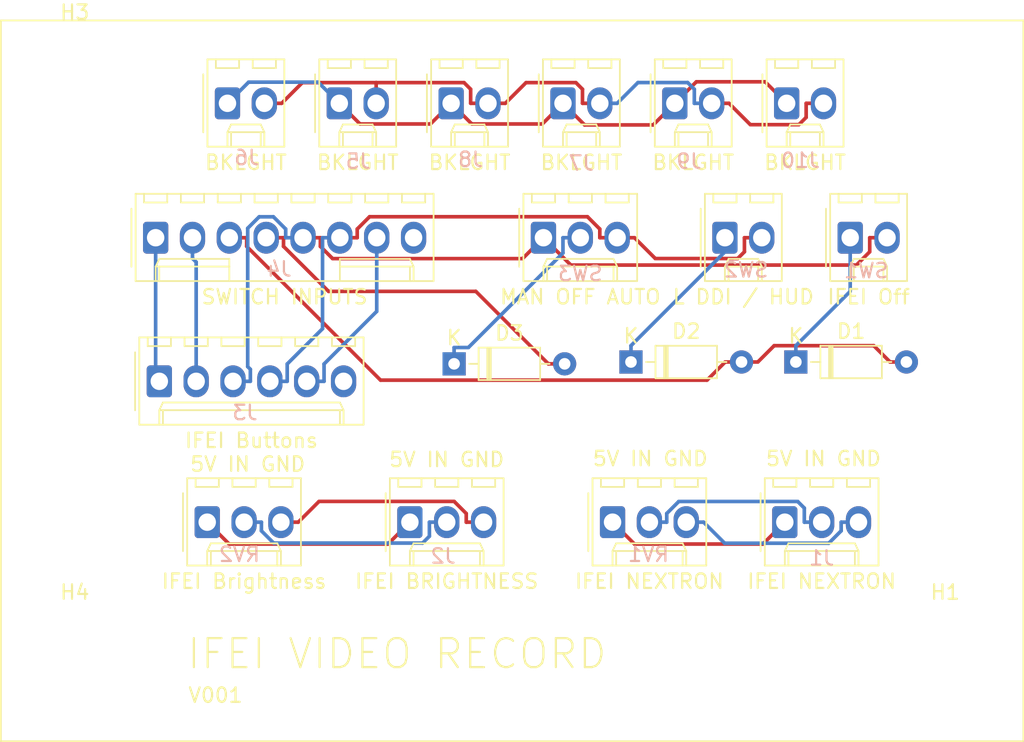
<source format=kicad_pcb>
(kicad_pcb (version 20171130) (host pcbnew "(5.1.5-0-10_14)")

  (general
    (thickness 1.6)
    (drawings 10)
    (tracks 148)
    (zones 0)
    (modules 22)
    (nets 19)
  )

  (page A4)
  (layers
    (0 F.Cu signal)
    (31 B.Cu signal)
    (32 B.Adhes user)
    (33 F.Adhes user)
    (34 B.Paste user)
    (35 F.Paste user)
    (36 B.SilkS user)
    (37 F.SilkS user)
    (38 B.Mask user)
    (39 F.Mask user)
    (40 Dwgs.User user)
    (41 Cmts.User user)
    (42 Eco1.User user)
    (43 Eco2.User user)
    (44 Edge.Cuts user)
    (45 Margin user)
    (46 B.CrtYd user)
    (47 F.CrtYd user)
    (48 B.Fab user)
    (49 F.Fab user)
  )

  (setup
    (last_trace_width 0.25)
    (trace_clearance 0.2)
    (zone_clearance 0.508)
    (zone_45_only no)
    (trace_min 0.2)
    (via_size 0.8)
    (via_drill 0.4)
    (via_min_size 0.4)
    (via_min_drill 0.3)
    (uvia_size 0.3)
    (uvia_drill 0.1)
    (uvias_allowed no)
    (uvia_min_size 0.2)
    (uvia_min_drill 0.1)
    (edge_width 0.05)
    (segment_width 0.2)
    (pcb_text_width 0.3)
    (pcb_text_size 1.5 1.5)
    (mod_edge_width 0.12)
    (mod_text_size 1 1)
    (mod_text_width 0.15)
    (pad_size 1.524 1.524)
    (pad_drill 0.762)
    (pad_to_mask_clearance 0.051)
    (solder_mask_min_width 0.25)
    (aux_axis_origin 0 0)
    (visible_elements FFFFFF7F)
    (pcbplotparams
      (layerselection 0x010fc_ffffffff)
      (usegerberextensions false)
      (usegerberattributes false)
      (usegerberadvancedattributes false)
      (creategerberjobfile false)
      (excludeedgelayer true)
      (linewidth 0.100000)
      (plotframeref false)
      (viasonmask false)
      (mode 1)
      (useauxorigin false)
      (hpglpennumber 1)
      (hpglpenspeed 20)
      (hpglpendiameter 15.000000)
      (psnegative false)
      (psa4output false)
      (plotreference true)
      (plotvalue true)
      (plotinvisibletext false)
      (padsonsilk false)
      (subtractmaskfromsilk false)
      (outputformat 1)
      (mirror false)
      (drillshape 1)
      (scaleselection 1)
      (outputdirectory ""))
  )

  (net 0 "")
  (net 1 /COL-3)
  (net 2 "Net-(D1-Pad1)")
  (net 3 "Net-(D2-Pad1)")
  (net 4 /COL-4)
  (net 5 "Net-(D3-Pad1)")
  (net 6 "Net-(J1-Pad3)")
  (net 7 "Net-(J1-Pad2)")
  (net 8 "Net-(J1-Pad1)")
  (net 9 "Net-(J2-Pad3)")
  (net 10 "Net-(J2-Pad2)")
  (net 11 "Net-(J2-Pad1)")
  (net 12 /IFEI-ROW-3)
  (net 13 /IFEI-ROW-2)
  (net 14 /IFEI-ROW-1)
  (net 15 /IFEI-COL-2)
  (net 16 /IFEI-COL-1)
  (net 17 /BACKLIGHT-GND)
  (net 18 /BACKLIGHT+12V)

  (net_class Default "This is the default net class."
    (clearance 0.2)
    (trace_width 0.25)
    (via_dia 0.8)
    (via_drill 0.4)
    (uvia_dia 0.3)
    (uvia_drill 0.1)
    (add_net /BACKLIGHT+12V)
    (add_net /BACKLIGHT-GND)
    (add_net /COL-3)
    (add_net /COL-4)
    (add_net /IFEI-COL-1)
    (add_net /IFEI-COL-2)
    (add_net /IFEI-ROW-1)
    (add_net /IFEI-ROW-2)
    (add_net /IFEI-ROW-3)
    (add_net "Net-(D1-Pad1)")
    (add_net "Net-(D2-Pad1)")
    (add_net "Net-(D3-Pad1)")
    (add_net "Net-(J1-Pad1)")
    (add_net "Net-(J1-Pad2)")
    (add_net "Net-(J1-Pad3)")
    (add_net "Net-(J2-Pad1)")
    (add_net "Net-(J2-Pad2)")
    (add_net "Net-(J2-Pad3)")
  )

  (module MountingHole:MountingHole_4.3mm_M4 (layer F.Cu) (tedit 56D1B4CB) (tstamp 617392D9)
    (at 133.936 115.984)
    (descr "Mounting Hole 4.3mm, no annular, M4")
    (tags "mounting hole 4.3mm no annular m4")
    (path /6173B7E9)
    (attr virtual)
    (fp_text reference H4 (at 0 -5.3) (layer F.SilkS)
      (effects (font (size 1 1) (thickness 0.15)))
    )
    (fp_text value MountingHole (at 0.367 0.221) (layer F.Fab)
      (effects (font (size 1 1) (thickness 0.15)))
    )
    (fp_circle (center 0 0) (end 4.55 0) (layer F.CrtYd) (width 0.05))
    (fp_circle (center 0 0) (end 4.3 0) (layer Cmts.User) (width 0.15))
    (fp_text user %R (at 0.3 0) (layer F.Fab)
      (effects (font (size 1 1) (thickness 0.15)))
    )
    (pad 1 np_thru_hole circle (at 0 0) (size 4.3 4.3) (drill 4.3) (layers *.Cu *.Mask))
  )

  (module MountingHole:MountingHole_4.3mm_M4 (layer F.Cu) (tedit 56D1B4CB) (tstamp 617392D1)
    (at 133.936 75.984)
    (descr "Mounting Hole 4.3mm, no annular, M4")
    (tags "mounting hole 4.3mm no annular m4")
    (path /6173B7DF)
    (attr virtual)
    (fp_text reference H3 (at 0 -5.3) (layer F.SilkS)
      (effects (font (size 1 1) (thickness 0.15)))
    )
    (fp_text value MountingHole (at 0.367 0.0255) (layer F.Fab)
      (effects (font (size 1 1) (thickness 0.15)))
    )
    (fp_circle (center 0 0) (end 4.55 0) (layer F.CrtYd) (width 0.05))
    (fp_circle (center 0 0) (end 4.3 0) (layer Cmts.User) (width 0.15))
    (fp_text user %R (at 0.3 0) (layer F.Fab)
      (effects (font (size 1 1) (thickness 0.15)))
    )
    (pad 1 np_thru_hole circle (at 0 0) (size 4.3 4.3) (drill 4.3) (layers *.Cu *.Mask))
  )

  (module MountingHole:MountingHole_4.3mm_M4 (layer F.Cu) (tedit 56D1B4CB) (tstamp 617392C9)
    (at 193.936 75.984)
    (descr "Mounting Hole 4.3mm, no annular, M4")
    (tags "mounting hole 4.3mm no annular m4")
    (path /6173B346)
    (attr virtual)
    (fp_text reference H2 (at 0 -3.086) (layer F.Fab)
      (effects (font (size 1 1) (thickness 0.15)))
    )
    (fp_text value MountingHole (at -0.197 0.216) (layer F.Fab)
      (effects (font (size 1 1) (thickness 0.15)))
    )
    (fp_circle (center 0 0) (end 4.55 0) (layer F.CrtYd) (width 0.05))
    (fp_circle (center 0 0) (end 4.3 0) (layer Cmts.User) (width 0.15))
    (fp_text user %R (at 0.3 0) (layer F.Fab)
      (effects (font (size 1 1) (thickness 0.15)))
    )
    (pad 1 np_thru_hole circle (at 0 0) (size 4.3 4.3) (drill 4.3) (layers *.Cu *.Mask))
  )

  (module MountingHole:MountingHole_4.3mm_M4 (layer F.Cu) (tedit 56D1B4CB) (tstamp 617392C1)
    (at 193.936 115.984)
    (descr "Mounting Hole 4.3mm, no annular, M4")
    (tags "mounting hole 4.3mm no annular m4")
    (path /6173AC4F)
    (attr virtual)
    (fp_text reference H1 (at 0 -5.3) (layer F.SilkS)
      (effects (font (size 1 1) (thickness 0.15)))
    )
    (fp_text value MountingHole (at 0.057 -0.0965) (layer F.Fab)
      (effects (font (size 1 1) (thickness 0.15)))
    )
    (fp_circle (center 0 0) (end 4.55 0) (layer F.CrtYd) (width 0.05))
    (fp_circle (center 0 0) (end 4.3 0) (layer Cmts.User) (width 0.15))
    (fp_text user %R (at 0.3 0) (layer F.Fab)
      (effects (font (size 1 1) (thickness 0.15)))
    )
    (pad 1 np_thru_hole circle (at 0 0) (size 4.3 4.3) (drill 4.3) (layers *.Cu *.Mask))
  )

  (module PT_Library_v001:Molex_1x03_P2.54mm_Vertical (layer F.Cu) (tedit 5B78013E) (tstamp 6173892B)
    (at 166.243 86.233)
    (descr "Molex KK-254 Interconnect System, old/engineering part number: AE-6410-03A example for new part number: 22-27-2031, 3 Pins (http://www.molex.com/pdm_docs/sd/022272021_sd.pdf), generated with kicad-footprint-generator")
    (tags "connector Molex KK-254 side entry")
    (path /5FC1E955)
    (fp_text reference SW3 (at 2.54 2.4765) (layer B.SilkS)
      (effects (font (size 1 1) (thickness 0.15)) (justify mirror))
    )
    (fp_text value "MAN OFF AUTO" (at 2.54 4.08) (layer F.SilkS)
      (effects (font (size 1 1) (thickness 0.15)))
    )
    (fp_text user %R (at 2.54 -2.22) (layer F.Fab)
      (effects (font (size 1 1) (thickness 0.15)))
    )
    (fp_line (start 6.85 -3.42) (end -1.77 -3.42) (layer F.CrtYd) (width 0.05))
    (fp_line (start 6.85 3.38) (end 6.85 -3.42) (layer F.CrtYd) (width 0.05))
    (fp_line (start -1.77 3.38) (end 6.85 3.38) (layer F.CrtYd) (width 0.05))
    (fp_line (start -1.77 -3.42) (end -1.77 3.38) (layer F.CrtYd) (width 0.05))
    (fp_line (start 5.88 -2.43) (end 5.88 -3.03) (layer F.SilkS) (width 0.12))
    (fp_line (start 4.28 -2.43) (end 5.88 -2.43) (layer F.SilkS) (width 0.12))
    (fp_line (start 4.28 -3.03) (end 4.28 -2.43) (layer F.SilkS) (width 0.12))
    (fp_line (start 3.34 -2.43) (end 3.34 -3.03) (layer F.SilkS) (width 0.12))
    (fp_line (start 1.74 -2.43) (end 3.34 -2.43) (layer F.SilkS) (width 0.12))
    (fp_line (start 1.74 -3.03) (end 1.74 -2.43) (layer F.SilkS) (width 0.12))
    (fp_line (start 0.8 -2.43) (end 0.8 -3.03) (layer F.SilkS) (width 0.12))
    (fp_line (start -0.8 -2.43) (end 0.8 -2.43) (layer F.SilkS) (width 0.12))
    (fp_line (start -0.8 -3.03) (end -0.8 -2.43) (layer F.SilkS) (width 0.12))
    (fp_line (start 4.83 2.99) (end 4.83 1.99) (layer F.SilkS) (width 0.12))
    (fp_line (start 0.25 2.99) (end 0.25 1.99) (layer F.SilkS) (width 0.12))
    (fp_line (start 4.83 1.46) (end 5.08 1.99) (layer F.SilkS) (width 0.12))
    (fp_line (start 0.25 1.46) (end 4.83 1.46) (layer F.SilkS) (width 0.12))
    (fp_line (start 0 1.99) (end 0.25 1.46) (layer F.SilkS) (width 0.12))
    (fp_line (start 5.08 1.99) (end 5.08 2.99) (layer F.SilkS) (width 0.12))
    (fp_line (start 0 1.99) (end 5.08 1.99) (layer F.SilkS) (width 0.12))
    (fp_line (start 0 2.99) (end 0 1.99) (layer F.SilkS) (width 0.12))
    (fp_line (start -0.562893 0) (end -1.27 0.5) (layer F.Fab) (width 0.1))
    (fp_line (start -1.27 -0.5) (end -0.562893 0) (layer F.Fab) (width 0.1))
    (fp_line (start -1.67 -2) (end -1.67 2) (layer F.SilkS) (width 0.12))
    (fp_line (start 6.46 -3.03) (end -1.38 -3.03) (layer F.SilkS) (width 0.12))
    (fp_line (start 6.46 2.99) (end 6.46 -3.03) (layer F.SilkS) (width 0.12))
    (fp_line (start -1.38 2.99) (end 6.46 2.99) (layer F.SilkS) (width 0.12))
    (fp_line (start -1.38 -3.03) (end -1.38 2.99) (layer F.SilkS) (width 0.12))
    (fp_line (start 6.35 -2.92) (end -1.27 -2.92) (layer F.Fab) (width 0.1))
    (fp_line (start 6.35 2.88) (end 6.35 -2.92) (layer F.Fab) (width 0.1))
    (fp_line (start -1.27 2.88) (end 6.35 2.88) (layer F.Fab) (width 0.1))
    (fp_line (start -1.27 -2.92) (end -1.27 2.88) (layer F.Fab) (width 0.1))
    (pad 3 thru_hole oval (at 5.08 0) (size 1.74 2.2) (drill 1.2) (layers *.Cu *.Mask)
      (net 13 /IFEI-ROW-2))
    (pad 2 thru_hole oval (at 2.54 0) (size 1.74 2.2) (drill 1.2) (layers *.Cu *.Mask)
      (net 5 "Net-(D3-Pad1)"))
    (pad 1 thru_hole roundrect (at 0 0) (size 1.74 2.2) (drill 1.2) (layers *.Cu *.Mask) (roundrect_rratio 0.143678)
      (net 14 /IFEI-ROW-1))
    (model ${KISYS3DMOD}/Connector_Molex.3dshapes/Molex_KK-254_AE-6410-03A_1x03_P2.54mm_Vertical.wrl
      (at (xyz 0 0 0))
      (scale (xyz 1 1 1))
      (rotate (xyz 0 0 0))
    )
  )

  (module PT_Library_v001:Molex_1x02_P2.54mm_Vertical (layer F.Cu) (tedit 5B78013E) (tstamp 61738903)
    (at 178.752 86.233)
    (descr "Molex KK-254 Interconnect System, old/engineering part number: AE-6410-02A example for new part number: 22-27-2021, 2 Pins (http://www.molex.com/pdm_docs/sd/022272021_sd.pdf), generated with kicad-footprint-generator")
    (tags "connector Molex KK-254 side entry")
    (path /5FC61E34)
    (fp_text reference SW2 (at 1.4605 2.2225) (layer B.SilkS)
      (effects (font (size 1 1) (thickness 0.15)) (justify mirror))
    )
    (fp_text value "L DDI / HUD" (at 1.27 4.08) (layer F.SilkS)
      (effects (font (size 1 1) (thickness 0.15)))
    )
    (fp_text user %R (at 1.27 -2.22) (layer F.Fab)
      (effects (font (size 1 1) (thickness 0.15)))
    )
    (fp_line (start 4.31 -3.42) (end -1.77 -3.42) (layer F.CrtYd) (width 0.05))
    (fp_line (start 4.31 3.38) (end 4.31 -3.42) (layer F.CrtYd) (width 0.05))
    (fp_line (start -1.77 3.38) (end 4.31 3.38) (layer F.CrtYd) (width 0.05))
    (fp_line (start -1.77 -3.42) (end -1.77 3.38) (layer F.CrtYd) (width 0.05))
    (fp_line (start 3.34 -2.43) (end 3.34 -3.03) (layer F.SilkS) (width 0.12))
    (fp_line (start 1.74 -2.43) (end 3.34 -2.43) (layer F.SilkS) (width 0.12))
    (fp_line (start 1.74 -3.03) (end 1.74 -2.43) (layer F.SilkS) (width 0.12))
    (fp_line (start 0.8 -2.43) (end 0.8 -3.03) (layer F.SilkS) (width 0.12))
    (fp_line (start -0.8 -2.43) (end 0.8 -2.43) (layer F.SilkS) (width 0.12))
    (fp_line (start -0.8 -3.03) (end -0.8 -2.43) (layer F.SilkS) (width 0.12))
    (fp_line (start 2.29 2.99) (end 2.29 1.99) (layer F.SilkS) (width 0.12))
    (fp_line (start 0.25 2.99) (end 0.25 1.99) (layer F.SilkS) (width 0.12))
    (fp_line (start 2.29 1.46) (end 2.54 1.99) (layer F.SilkS) (width 0.12))
    (fp_line (start 0.25 1.46) (end 2.29 1.46) (layer F.SilkS) (width 0.12))
    (fp_line (start 0 1.99) (end 0.25 1.46) (layer F.SilkS) (width 0.12))
    (fp_line (start 2.54 1.99) (end 2.54 2.99) (layer F.SilkS) (width 0.12))
    (fp_line (start 0 1.99) (end 2.54 1.99) (layer F.SilkS) (width 0.12))
    (fp_line (start 0 2.99) (end 0 1.99) (layer F.SilkS) (width 0.12))
    (fp_line (start -0.562893 0) (end -1.27 0.5) (layer F.Fab) (width 0.1))
    (fp_line (start -1.27 -0.5) (end -0.562893 0) (layer F.Fab) (width 0.1))
    (fp_line (start -1.67 -2) (end -1.67 2) (layer F.SilkS) (width 0.12))
    (fp_line (start 3.92 -3.03) (end -1.38 -3.03) (layer F.SilkS) (width 0.12))
    (fp_line (start 3.92 2.99) (end 3.92 -3.03) (layer F.SilkS) (width 0.12))
    (fp_line (start -1.38 2.99) (end 3.92 2.99) (layer F.SilkS) (width 0.12))
    (fp_line (start -1.38 -3.03) (end -1.38 2.99) (layer F.SilkS) (width 0.12))
    (fp_line (start 3.81 -2.92) (end -1.27 -2.92) (layer F.Fab) (width 0.1))
    (fp_line (start 3.81 2.88) (end 3.81 -2.92) (layer F.Fab) (width 0.1))
    (fp_line (start -1.27 2.88) (end 3.81 2.88) (layer F.Fab) (width 0.1))
    (fp_line (start -1.27 -2.92) (end -1.27 2.88) (layer F.Fab) (width 0.1))
    (pad 2 thru_hole oval (at 2.54 0) (size 1.74 2.2) (drill 1.2) (layers *.Cu *.Mask)
      (net 13 /IFEI-ROW-2))
    (pad 1 thru_hole roundrect (at 0 0) (size 1.74 2.2) (drill 1.2) (layers *.Cu *.Mask) (roundrect_rratio 0.143678)
      (net 3 "Net-(D2-Pad1)"))
    (model ${KISYS3DMOD}/Connector_Molex.3dshapes/Molex_KK-254_AE-6410-02A_1x02_P2.54mm_Vertical.wrl
      (at (xyz 0 0 0))
      (scale (xyz 1 1 1))
      (rotate (xyz 0 0 0))
    )
  )

  (module PT_Library_v001:Molex_1x02_P2.54mm_Vertical (layer F.Cu) (tedit 5B78013E) (tstamp 6173AB1E)
    (at 187.388 86.233)
    (descr "Molex KK-254 Interconnect System, old/engineering part number: AE-6410-02A example for new part number: 22-27-2021, 2 Pins (http://www.molex.com/pdm_docs/sd/022272021_sd.pdf), generated with kicad-footprint-generator")
    (tags "connector Molex KK-254 side entry")
    (path /616DA249)
    (fp_text reference SW1 (at 1.1105 2.275) (layer B.SilkS)
      (effects (font (size 1 1) (thickness 0.15)) (justify mirror))
    )
    (fp_text value "IFEI Off" (at 1.27 4.08) (layer F.SilkS)
      (effects (font (size 1 1) (thickness 0.15)))
    )
    (fp_text user %R (at 1.27 -2.22) (layer F.Fab)
      (effects (font (size 1 1) (thickness 0.15)))
    )
    (fp_line (start 4.31 -3.42) (end -1.77 -3.42) (layer F.CrtYd) (width 0.05))
    (fp_line (start 4.31 3.38) (end 4.31 -3.42) (layer F.CrtYd) (width 0.05))
    (fp_line (start -1.77 3.38) (end 4.31 3.38) (layer F.CrtYd) (width 0.05))
    (fp_line (start -1.77 -3.42) (end -1.77 3.38) (layer F.CrtYd) (width 0.05))
    (fp_line (start 3.34 -2.43) (end 3.34 -3.03) (layer F.SilkS) (width 0.12))
    (fp_line (start 1.74 -2.43) (end 3.34 -2.43) (layer F.SilkS) (width 0.12))
    (fp_line (start 1.74 -3.03) (end 1.74 -2.43) (layer F.SilkS) (width 0.12))
    (fp_line (start 0.8 -2.43) (end 0.8 -3.03) (layer F.SilkS) (width 0.12))
    (fp_line (start -0.8 -2.43) (end 0.8 -2.43) (layer F.SilkS) (width 0.12))
    (fp_line (start -0.8 -3.03) (end -0.8 -2.43) (layer F.SilkS) (width 0.12))
    (fp_line (start 2.29 2.99) (end 2.29 1.99) (layer F.SilkS) (width 0.12))
    (fp_line (start 0.25 2.99) (end 0.25 1.99) (layer F.SilkS) (width 0.12))
    (fp_line (start 2.29 1.46) (end 2.54 1.99) (layer F.SilkS) (width 0.12))
    (fp_line (start 0.25 1.46) (end 2.29 1.46) (layer F.SilkS) (width 0.12))
    (fp_line (start 0 1.99) (end 0.25 1.46) (layer F.SilkS) (width 0.12))
    (fp_line (start 2.54 1.99) (end 2.54 2.99) (layer F.SilkS) (width 0.12))
    (fp_line (start 0 1.99) (end 2.54 1.99) (layer F.SilkS) (width 0.12))
    (fp_line (start 0 2.99) (end 0 1.99) (layer F.SilkS) (width 0.12))
    (fp_line (start -0.562893 0) (end -1.27 0.5) (layer F.Fab) (width 0.1))
    (fp_line (start -1.27 -0.5) (end -0.562893 0) (layer F.Fab) (width 0.1))
    (fp_line (start -1.67 -2) (end -1.67 2) (layer F.SilkS) (width 0.12))
    (fp_line (start 3.92 -3.03) (end -1.38 -3.03) (layer F.SilkS) (width 0.12))
    (fp_line (start 3.92 2.99) (end 3.92 -3.03) (layer F.SilkS) (width 0.12))
    (fp_line (start -1.38 2.99) (end 3.92 2.99) (layer F.SilkS) (width 0.12))
    (fp_line (start -1.38 -3.03) (end -1.38 2.99) (layer F.SilkS) (width 0.12))
    (fp_line (start 3.81 -2.92) (end -1.27 -2.92) (layer F.Fab) (width 0.1))
    (fp_line (start 3.81 2.88) (end 3.81 -2.92) (layer F.Fab) (width 0.1))
    (fp_line (start -1.27 2.88) (end 3.81 2.88) (layer F.Fab) (width 0.1))
    (fp_line (start -1.27 -2.92) (end -1.27 2.88) (layer F.Fab) (width 0.1))
    (pad 2 thru_hole oval (at 2.54 0) (size 1.74 2.2) (drill 1.2) (layers *.Cu *.Mask)
      (net 14 /IFEI-ROW-1))
    (pad 1 thru_hole roundrect (at 0 0) (size 1.74 2.2) (drill 1.2) (layers *.Cu *.Mask) (roundrect_rratio 0.143678)
      (net 2 "Net-(D1-Pad1)"))
    (model ${KISYS3DMOD}/Connector_Molex.3dshapes/Molex_KK-254_AE-6410-02A_1x02_P2.54mm_Vertical.wrl
      (at (xyz 0 0 0))
      (scale (xyz 1 1 1))
      (rotate (xyz 0 0 0))
    )
  )

  (module PT_Library_v001:Molex_1x03_P2.54mm_Vertical (layer F.Cu) (tedit 5B78013E) (tstamp 617388BB)
    (at 143.066 105.854)
    (descr "Molex KK-254 Interconnect System, old/engineering part number: AE-6410-03A example for new part number: 22-27-2031, 3 Pins (http://www.molex.com/pdm_docs/sd/022272021_sd.pdf), generated with kicad-footprint-generator")
    (tags "connector Molex KK-254 side entry")
    (path /5FC6ABA0)
    (fp_text reference RV2 (at 2.2225 2.2225) (layer B.SilkS)
      (effects (font (size 1 1) (thickness 0.15)) (justify mirror))
    )
    (fp_text value "IFEI Brightness" (at 2.54 4.08) (layer F.SilkS)
      (effects (font (size 1 1) (thickness 0.15)))
    )
    (fp_text user %R (at 2.54 -2.22) (layer F.Fab)
      (effects (font (size 1 1) (thickness 0.15)))
    )
    (fp_line (start 6.85 -3.42) (end -1.77 -3.42) (layer F.CrtYd) (width 0.05))
    (fp_line (start 6.85 3.38) (end 6.85 -3.42) (layer F.CrtYd) (width 0.05))
    (fp_line (start -1.77 3.38) (end 6.85 3.38) (layer F.CrtYd) (width 0.05))
    (fp_line (start -1.77 -3.42) (end -1.77 3.38) (layer F.CrtYd) (width 0.05))
    (fp_line (start 5.88 -2.43) (end 5.88 -3.03) (layer F.SilkS) (width 0.12))
    (fp_line (start 4.28 -2.43) (end 5.88 -2.43) (layer F.SilkS) (width 0.12))
    (fp_line (start 4.28 -3.03) (end 4.28 -2.43) (layer F.SilkS) (width 0.12))
    (fp_line (start 3.34 -2.43) (end 3.34 -3.03) (layer F.SilkS) (width 0.12))
    (fp_line (start 1.74 -2.43) (end 3.34 -2.43) (layer F.SilkS) (width 0.12))
    (fp_line (start 1.74 -3.03) (end 1.74 -2.43) (layer F.SilkS) (width 0.12))
    (fp_line (start 0.8 -2.43) (end 0.8 -3.03) (layer F.SilkS) (width 0.12))
    (fp_line (start -0.8 -2.43) (end 0.8 -2.43) (layer F.SilkS) (width 0.12))
    (fp_line (start -0.8 -3.03) (end -0.8 -2.43) (layer F.SilkS) (width 0.12))
    (fp_line (start 4.83 2.99) (end 4.83 1.99) (layer F.SilkS) (width 0.12))
    (fp_line (start 0.25 2.99) (end 0.25 1.99) (layer F.SilkS) (width 0.12))
    (fp_line (start 4.83 1.46) (end 5.08 1.99) (layer F.SilkS) (width 0.12))
    (fp_line (start 0.25 1.46) (end 4.83 1.46) (layer F.SilkS) (width 0.12))
    (fp_line (start 0 1.99) (end 0.25 1.46) (layer F.SilkS) (width 0.12))
    (fp_line (start 5.08 1.99) (end 5.08 2.99) (layer F.SilkS) (width 0.12))
    (fp_line (start 0 1.99) (end 5.08 1.99) (layer F.SilkS) (width 0.12))
    (fp_line (start 0 2.99) (end 0 1.99) (layer F.SilkS) (width 0.12))
    (fp_line (start -0.562893 0) (end -1.27 0.5) (layer F.Fab) (width 0.1))
    (fp_line (start -1.27 -0.5) (end -0.562893 0) (layer F.Fab) (width 0.1))
    (fp_line (start -1.67 -2) (end -1.67 2) (layer F.SilkS) (width 0.12))
    (fp_line (start 6.46 -3.03) (end -1.38 -3.03) (layer F.SilkS) (width 0.12))
    (fp_line (start 6.46 2.99) (end 6.46 -3.03) (layer F.SilkS) (width 0.12))
    (fp_line (start -1.38 2.99) (end 6.46 2.99) (layer F.SilkS) (width 0.12))
    (fp_line (start -1.38 -3.03) (end -1.38 2.99) (layer F.SilkS) (width 0.12))
    (fp_line (start 6.35 -2.92) (end -1.27 -2.92) (layer F.Fab) (width 0.1))
    (fp_line (start 6.35 2.88) (end 6.35 -2.92) (layer F.Fab) (width 0.1))
    (fp_line (start -1.27 2.88) (end 6.35 2.88) (layer F.Fab) (width 0.1))
    (fp_line (start -1.27 -2.92) (end -1.27 2.88) (layer F.Fab) (width 0.1))
    (pad 3 thru_hole oval (at 5.08 0) (size 1.74 2.2) (drill 1.2) (layers *.Cu *.Mask)
      (net 9 "Net-(J2-Pad3)"))
    (pad 2 thru_hole oval (at 2.54 0) (size 1.74 2.2) (drill 1.2) (layers *.Cu *.Mask)
      (net 10 "Net-(J2-Pad2)"))
    (pad 1 thru_hole roundrect (at 0 0) (size 1.74 2.2) (drill 1.2) (layers *.Cu *.Mask) (roundrect_rratio 0.143678)
      (net 11 "Net-(J2-Pad1)"))
    (model ${KISYS3DMOD}/Connector_Molex.3dshapes/Molex_KK-254_AE-6410-03A_1x03_P2.54mm_Vertical.wrl
      (at (xyz 0 0 0))
      (scale (xyz 1 1 1))
      (rotate (xyz 0 0 0))
    )
  )

  (module PT_Library_v001:Molex_1x03_P2.54mm_Vertical (layer F.Cu) (tedit 5B78013E) (tstamp 61738893)
    (at 171.006 105.854)
    (descr "Molex KK-254 Interconnect System, old/engineering part number: AE-6410-03A example for new part number: 22-27-2031, 3 Pins (http://www.molex.com/pdm_docs/sd/022272021_sd.pdf), generated with kicad-footprint-generator")
    (tags "connector Molex KK-254 side entry")
    (path /616ECBAF)
    (fp_text reference RV1 (at 2.4765 2.2225) (layer B.SilkS)
      (effects (font (size 1 1) (thickness 0.15)) (justify mirror))
    )
    (fp_text value "IFEI NEXTRON" (at 2.54 4.08) (layer F.SilkS)
      (effects (font (size 1 1) (thickness 0.15)))
    )
    (fp_text user %R (at 2.54 -2.22) (layer F.Fab)
      (effects (font (size 1 1) (thickness 0.15)))
    )
    (fp_line (start 6.85 -3.42) (end -1.77 -3.42) (layer F.CrtYd) (width 0.05))
    (fp_line (start 6.85 3.38) (end 6.85 -3.42) (layer F.CrtYd) (width 0.05))
    (fp_line (start -1.77 3.38) (end 6.85 3.38) (layer F.CrtYd) (width 0.05))
    (fp_line (start -1.77 -3.42) (end -1.77 3.38) (layer F.CrtYd) (width 0.05))
    (fp_line (start 5.88 -2.43) (end 5.88 -3.03) (layer F.SilkS) (width 0.12))
    (fp_line (start 4.28 -2.43) (end 5.88 -2.43) (layer F.SilkS) (width 0.12))
    (fp_line (start 4.28 -3.03) (end 4.28 -2.43) (layer F.SilkS) (width 0.12))
    (fp_line (start 3.34 -2.43) (end 3.34 -3.03) (layer F.SilkS) (width 0.12))
    (fp_line (start 1.74 -2.43) (end 3.34 -2.43) (layer F.SilkS) (width 0.12))
    (fp_line (start 1.74 -3.03) (end 1.74 -2.43) (layer F.SilkS) (width 0.12))
    (fp_line (start 0.8 -2.43) (end 0.8 -3.03) (layer F.SilkS) (width 0.12))
    (fp_line (start -0.8 -2.43) (end 0.8 -2.43) (layer F.SilkS) (width 0.12))
    (fp_line (start -0.8 -3.03) (end -0.8 -2.43) (layer F.SilkS) (width 0.12))
    (fp_line (start 4.83 2.99) (end 4.83 1.99) (layer F.SilkS) (width 0.12))
    (fp_line (start 0.25 2.99) (end 0.25 1.99) (layer F.SilkS) (width 0.12))
    (fp_line (start 4.83 1.46) (end 5.08 1.99) (layer F.SilkS) (width 0.12))
    (fp_line (start 0.25 1.46) (end 4.83 1.46) (layer F.SilkS) (width 0.12))
    (fp_line (start 0 1.99) (end 0.25 1.46) (layer F.SilkS) (width 0.12))
    (fp_line (start 5.08 1.99) (end 5.08 2.99) (layer F.SilkS) (width 0.12))
    (fp_line (start 0 1.99) (end 5.08 1.99) (layer F.SilkS) (width 0.12))
    (fp_line (start 0 2.99) (end 0 1.99) (layer F.SilkS) (width 0.12))
    (fp_line (start -0.562893 0) (end -1.27 0.5) (layer F.Fab) (width 0.1))
    (fp_line (start -1.27 -0.5) (end -0.562893 0) (layer F.Fab) (width 0.1))
    (fp_line (start -1.67 -2) (end -1.67 2) (layer F.SilkS) (width 0.12))
    (fp_line (start 6.46 -3.03) (end -1.38 -3.03) (layer F.SilkS) (width 0.12))
    (fp_line (start 6.46 2.99) (end 6.46 -3.03) (layer F.SilkS) (width 0.12))
    (fp_line (start -1.38 2.99) (end 6.46 2.99) (layer F.SilkS) (width 0.12))
    (fp_line (start -1.38 -3.03) (end -1.38 2.99) (layer F.SilkS) (width 0.12))
    (fp_line (start 6.35 -2.92) (end -1.27 -2.92) (layer F.Fab) (width 0.1))
    (fp_line (start 6.35 2.88) (end 6.35 -2.92) (layer F.Fab) (width 0.1))
    (fp_line (start -1.27 2.88) (end 6.35 2.88) (layer F.Fab) (width 0.1))
    (fp_line (start -1.27 -2.92) (end -1.27 2.88) (layer F.Fab) (width 0.1))
    (pad 3 thru_hole oval (at 5.08 0) (size 1.74 2.2) (drill 1.2) (layers *.Cu *.Mask)
      (net 6 "Net-(J1-Pad3)"))
    (pad 2 thru_hole oval (at 2.54 0) (size 1.74 2.2) (drill 1.2) (layers *.Cu *.Mask)
      (net 7 "Net-(J1-Pad2)"))
    (pad 1 thru_hole roundrect (at 0 0) (size 1.74 2.2) (drill 1.2) (layers *.Cu *.Mask) (roundrect_rratio 0.143678)
      (net 8 "Net-(J1-Pad1)"))
    (model ${KISYS3DMOD}/Connector_Molex.3dshapes/Molex_KK-254_AE-6410-03A_1x03_P2.54mm_Vertical.wrl
      (at (xyz 0 0 0))
      (scale (xyz 1 1 1))
      (rotate (xyz 0 0 0))
    )
  )

  (module PT_Library_v001:Molex_1x02_P2.54mm_Vertical (layer F.Cu) (tedit 5B78013E) (tstamp 6173886B)
    (at 183.007 76.962)
    (descr "Molex KK-254 Interconnect System, old/engineering part number: AE-6410-02A example for new part number: 22-27-2021, 2 Pins (http://www.molex.com/pdm_docs/sd/022272021_sd.pdf), generated with kicad-footprint-generator")
    (tags "connector Molex KK-254 side entry")
    (path /6172F315)
    (fp_text reference J10 (at 0.9525 3.937) (layer B.SilkS)
      (effects (font (size 1 1) (thickness 0.15)) (justify mirror))
    )
    (fp_text value BKLGHT (at 1.27 4.08) (layer F.SilkS)
      (effects (font (size 1 1) (thickness 0.15)))
    )
    (fp_text user %R (at 1.27 -2.22) (layer F.Fab)
      (effects (font (size 1 1) (thickness 0.15)))
    )
    (fp_line (start 4.31 -3.42) (end -1.77 -3.42) (layer F.CrtYd) (width 0.05))
    (fp_line (start 4.31 3.38) (end 4.31 -3.42) (layer F.CrtYd) (width 0.05))
    (fp_line (start -1.77 3.38) (end 4.31 3.38) (layer F.CrtYd) (width 0.05))
    (fp_line (start -1.77 -3.42) (end -1.77 3.38) (layer F.CrtYd) (width 0.05))
    (fp_line (start 3.34 -2.43) (end 3.34 -3.03) (layer F.SilkS) (width 0.12))
    (fp_line (start 1.74 -2.43) (end 3.34 -2.43) (layer F.SilkS) (width 0.12))
    (fp_line (start 1.74 -3.03) (end 1.74 -2.43) (layer F.SilkS) (width 0.12))
    (fp_line (start 0.8 -2.43) (end 0.8 -3.03) (layer F.SilkS) (width 0.12))
    (fp_line (start -0.8 -2.43) (end 0.8 -2.43) (layer F.SilkS) (width 0.12))
    (fp_line (start -0.8 -3.03) (end -0.8 -2.43) (layer F.SilkS) (width 0.12))
    (fp_line (start 2.29 2.99) (end 2.29 1.99) (layer F.SilkS) (width 0.12))
    (fp_line (start 0.25 2.99) (end 0.25 1.99) (layer F.SilkS) (width 0.12))
    (fp_line (start 2.29 1.46) (end 2.54 1.99) (layer F.SilkS) (width 0.12))
    (fp_line (start 0.25 1.46) (end 2.29 1.46) (layer F.SilkS) (width 0.12))
    (fp_line (start 0 1.99) (end 0.25 1.46) (layer F.SilkS) (width 0.12))
    (fp_line (start 2.54 1.99) (end 2.54 2.99) (layer F.SilkS) (width 0.12))
    (fp_line (start 0 1.99) (end 2.54 1.99) (layer F.SilkS) (width 0.12))
    (fp_line (start 0 2.99) (end 0 1.99) (layer F.SilkS) (width 0.12))
    (fp_line (start -0.562893 0) (end -1.27 0.5) (layer F.Fab) (width 0.1))
    (fp_line (start -1.27 -0.5) (end -0.562893 0) (layer F.Fab) (width 0.1))
    (fp_line (start -1.67 -2) (end -1.67 2) (layer F.SilkS) (width 0.12))
    (fp_line (start 3.92 -3.03) (end -1.38 -3.03) (layer F.SilkS) (width 0.12))
    (fp_line (start 3.92 2.99) (end 3.92 -3.03) (layer F.SilkS) (width 0.12))
    (fp_line (start -1.38 2.99) (end 3.92 2.99) (layer F.SilkS) (width 0.12))
    (fp_line (start -1.38 -3.03) (end -1.38 2.99) (layer F.SilkS) (width 0.12))
    (fp_line (start 3.81 -2.92) (end -1.27 -2.92) (layer F.Fab) (width 0.1))
    (fp_line (start 3.81 2.88) (end 3.81 -2.92) (layer F.Fab) (width 0.1))
    (fp_line (start -1.27 2.88) (end 3.81 2.88) (layer F.Fab) (width 0.1))
    (fp_line (start -1.27 -2.92) (end -1.27 2.88) (layer F.Fab) (width 0.1))
    (pad 2 thru_hole oval (at 2.54 0) (size 1.74 2.2) (drill 1.2) (layers *.Cu *.Mask)
      (net 17 /BACKLIGHT-GND))
    (pad 1 thru_hole roundrect (at 0 0) (size 1.74 2.2) (drill 1.2) (layers *.Cu *.Mask) (roundrect_rratio 0.143678)
      (net 18 /BACKLIGHT+12V))
    (model ${KISYS3DMOD}/Connector_Molex.3dshapes/Molex_KK-254_AE-6410-02A_1x02_P2.54mm_Vertical.wrl
      (at (xyz 0 0 0))
      (scale (xyz 1 1 1))
      (rotate (xyz 0 0 0))
    )
  )

  (module PT_Library_v001:Molex_1x02_P2.54mm_Vertical (layer F.Cu) (tedit 5B78013E) (tstamp 61738847)
    (at 175.298 76.962)
    (descr "Molex KK-254 Interconnect System, old/engineering part number: AE-6410-02A example for new part number: 22-27-2021, 2 Pins (http://www.molex.com/pdm_docs/sd/022272021_sd.pdf), generated with kicad-footprint-generator")
    (tags "connector Molex KK-254 side entry")
    (path /6172E10C)
    (fp_text reference J9 (at 0.9779 4.0005) (layer B.SilkS)
      (effects (font (size 1 1) (thickness 0.15)) (justify mirror))
    )
    (fp_text value BKLGHT (at 1.27 4.08) (layer F.SilkS)
      (effects (font (size 1 1) (thickness 0.15)))
    )
    (fp_text user %R (at 1.27 -2.22) (layer F.Fab)
      (effects (font (size 1 1) (thickness 0.15)))
    )
    (fp_line (start 4.31 -3.42) (end -1.77 -3.42) (layer F.CrtYd) (width 0.05))
    (fp_line (start 4.31 3.38) (end 4.31 -3.42) (layer F.CrtYd) (width 0.05))
    (fp_line (start -1.77 3.38) (end 4.31 3.38) (layer F.CrtYd) (width 0.05))
    (fp_line (start -1.77 -3.42) (end -1.77 3.38) (layer F.CrtYd) (width 0.05))
    (fp_line (start 3.34 -2.43) (end 3.34 -3.03) (layer F.SilkS) (width 0.12))
    (fp_line (start 1.74 -2.43) (end 3.34 -2.43) (layer F.SilkS) (width 0.12))
    (fp_line (start 1.74 -3.03) (end 1.74 -2.43) (layer F.SilkS) (width 0.12))
    (fp_line (start 0.8 -2.43) (end 0.8 -3.03) (layer F.SilkS) (width 0.12))
    (fp_line (start -0.8 -2.43) (end 0.8 -2.43) (layer F.SilkS) (width 0.12))
    (fp_line (start -0.8 -3.03) (end -0.8 -2.43) (layer F.SilkS) (width 0.12))
    (fp_line (start 2.29 2.99) (end 2.29 1.99) (layer F.SilkS) (width 0.12))
    (fp_line (start 0.25 2.99) (end 0.25 1.99) (layer F.SilkS) (width 0.12))
    (fp_line (start 2.29 1.46) (end 2.54 1.99) (layer F.SilkS) (width 0.12))
    (fp_line (start 0.25 1.46) (end 2.29 1.46) (layer F.SilkS) (width 0.12))
    (fp_line (start 0 1.99) (end 0.25 1.46) (layer F.SilkS) (width 0.12))
    (fp_line (start 2.54 1.99) (end 2.54 2.99) (layer F.SilkS) (width 0.12))
    (fp_line (start 0 1.99) (end 2.54 1.99) (layer F.SilkS) (width 0.12))
    (fp_line (start 0 2.99) (end 0 1.99) (layer F.SilkS) (width 0.12))
    (fp_line (start -0.562893 0) (end -1.27 0.5) (layer F.Fab) (width 0.1))
    (fp_line (start -1.27 -0.5) (end -0.562893 0) (layer F.Fab) (width 0.1))
    (fp_line (start -1.67 -2) (end -1.67 2) (layer F.SilkS) (width 0.12))
    (fp_line (start 3.92 -3.03) (end -1.38 -3.03) (layer F.SilkS) (width 0.12))
    (fp_line (start 3.92 2.99) (end 3.92 -3.03) (layer F.SilkS) (width 0.12))
    (fp_line (start -1.38 2.99) (end 3.92 2.99) (layer F.SilkS) (width 0.12))
    (fp_line (start -1.38 -3.03) (end -1.38 2.99) (layer F.SilkS) (width 0.12))
    (fp_line (start 3.81 -2.92) (end -1.27 -2.92) (layer F.Fab) (width 0.1))
    (fp_line (start 3.81 2.88) (end 3.81 -2.92) (layer F.Fab) (width 0.1))
    (fp_line (start -1.27 2.88) (end 3.81 2.88) (layer F.Fab) (width 0.1))
    (fp_line (start -1.27 -2.92) (end -1.27 2.88) (layer F.Fab) (width 0.1))
    (pad 2 thru_hole oval (at 2.54 0) (size 1.74 2.2) (drill 1.2) (layers *.Cu *.Mask)
      (net 17 /BACKLIGHT-GND))
    (pad 1 thru_hole roundrect (at 0 0) (size 1.74 2.2) (drill 1.2) (layers *.Cu *.Mask) (roundrect_rratio 0.143678)
      (net 18 /BACKLIGHT+12V))
    (model ${KISYS3DMOD}/Connector_Molex.3dshapes/Molex_KK-254_AE-6410-02A_1x02_P2.54mm_Vertical.wrl
      (at (xyz 0 0 0))
      (scale (xyz 1 1 1))
      (rotate (xyz 0 0 0))
    )
  )

  (module PT_Library_v001:Molex_1x02_P2.54mm_Vertical (layer F.Cu) (tedit 5B78013E) (tstamp 61738823)
    (at 159.88 76.962)
    (descr "Molex KK-254 Interconnect System, old/engineering part number: AE-6410-02A example for new part number: 22-27-2021, 2 Pins (http://www.molex.com/pdm_docs/sd/022272021_sd.pdf), generated with kicad-footprint-generator")
    (tags "connector Molex KK-254 side entry")
    (path /616EA965)
    (fp_text reference J8 (at 1.3462 3.8735) (layer B.SilkS)
      (effects (font (size 1 1) (thickness 0.15)) (justify mirror))
    )
    (fp_text value BKLGHT (at 1.27 4.08) (layer F.SilkS)
      (effects (font (size 1 1) (thickness 0.15)))
    )
    (fp_text user %R (at 1.27 -2.22) (layer F.Fab)
      (effects (font (size 1 1) (thickness 0.15)))
    )
    (fp_line (start 4.31 -3.42) (end -1.77 -3.42) (layer F.CrtYd) (width 0.05))
    (fp_line (start 4.31 3.38) (end 4.31 -3.42) (layer F.CrtYd) (width 0.05))
    (fp_line (start -1.77 3.38) (end 4.31 3.38) (layer F.CrtYd) (width 0.05))
    (fp_line (start -1.77 -3.42) (end -1.77 3.38) (layer F.CrtYd) (width 0.05))
    (fp_line (start 3.34 -2.43) (end 3.34 -3.03) (layer F.SilkS) (width 0.12))
    (fp_line (start 1.74 -2.43) (end 3.34 -2.43) (layer F.SilkS) (width 0.12))
    (fp_line (start 1.74 -3.03) (end 1.74 -2.43) (layer F.SilkS) (width 0.12))
    (fp_line (start 0.8 -2.43) (end 0.8 -3.03) (layer F.SilkS) (width 0.12))
    (fp_line (start -0.8 -2.43) (end 0.8 -2.43) (layer F.SilkS) (width 0.12))
    (fp_line (start -0.8 -3.03) (end -0.8 -2.43) (layer F.SilkS) (width 0.12))
    (fp_line (start 2.29 2.99) (end 2.29 1.99) (layer F.SilkS) (width 0.12))
    (fp_line (start 0.25 2.99) (end 0.25 1.99) (layer F.SilkS) (width 0.12))
    (fp_line (start 2.29 1.46) (end 2.54 1.99) (layer F.SilkS) (width 0.12))
    (fp_line (start 0.25 1.46) (end 2.29 1.46) (layer F.SilkS) (width 0.12))
    (fp_line (start 0 1.99) (end 0.25 1.46) (layer F.SilkS) (width 0.12))
    (fp_line (start 2.54 1.99) (end 2.54 2.99) (layer F.SilkS) (width 0.12))
    (fp_line (start 0 1.99) (end 2.54 1.99) (layer F.SilkS) (width 0.12))
    (fp_line (start 0 2.99) (end 0 1.99) (layer F.SilkS) (width 0.12))
    (fp_line (start -0.562893 0) (end -1.27 0.5) (layer F.Fab) (width 0.1))
    (fp_line (start -1.27 -0.5) (end -0.562893 0) (layer F.Fab) (width 0.1))
    (fp_line (start -1.67 -2) (end -1.67 2) (layer F.SilkS) (width 0.12))
    (fp_line (start 3.92 -3.03) (end -1.38 -3.03) (layer F.SilkS) (width 0.12))
    (fp_line (start 3.92 2.99) (end 3.92 -3.03) (layer F.SilkS) (width 0.12))
    (fp_line (start -1.38 2.99) (end 3.92 2.99) (layer F.SilkS) (width 0.12))
    (fp_line (start -1.38 -3.03) (end -1.38 2.99) (layer F.SilkS) (width 0.12))
    (fp_line (start 3.81 -2.92) (end -1.27 -2.92) (layer F.Fab) (width 0.1))
    (fp_line (start 3.81 2.88) (end 3.81 -2.92) (layer F.Fab) (width 0.1))
    (fp_line (start -1.27 2.88) (end 3.81 2.88) (layer F.Fab) (width 0.1))
    (fp_line (start -1.27 -2.92) (end -1.27 2.88) (layer F.Fab) (width 0.1))
    (pad 2 thru_hole oval (at 2.54 0) (size 1.74 2.2) (drill 1.2) (layers *.Cu *.Mask)
      (net 17 /BACKLIGHT-GND))
    (pad 1 thru_hole roundrect (at 0 0) (size 1.74 2.2) (drill 1.2) (layers *.Cu *.Mask) (roundrect_rratio 0.143678)
      (net 18 /BACKLIGHT+12V))
    (model ${KISYS3DMOD}/Connector_Molex.3dshapes/Molex_KK-254_AE-6410-02A_1x02_P2.54mm_Vertical.wrl
      (at (xyz 0 0 0))
      (scale (xyz 1 1 1))
      (rotate (xyz 0 0 0))
    )
  )

  (module PT_Library_v001:Molex_1x02_P2.54mm_Vertical (layer F.Cu) (tedit 5B78013E) (tstamp 617387FF)
    (at 167.589 76.962)
    (descr "Molex KK-254 Interconnect System, old/engineering part number: AE-6410-02A example for new part number: 22-27-2021, 2 Pins (http://www.molex.com/pdm_docs/sd/022272021_sd.pdf), generated with kicad-footprint-generator")
    (tags "connector Molex KK-254 side entry")
    (path /616EA0B7)
    (fp_text reference J7 (at 1.2573 4.1275) (layer B.SilkS)
      (effects (font (size 1 1) (thickness 0.15)) (justify mirror))
    )
    (fp_text value BKLGHT (at 1.27 4.08) (layer F.SilkS)
      (effects (font (size 1 1) (thickness 0.15)))
    )
    (fp_text user %R (at 1.27 -2.22) (layer F.Fab)
      (effects (font (size 1 1) (thickness 0.15)))
    )
    (fp_line (start 4.31 -3.42) (end -1.77 -3.42) (layer F.CrtYd) (width 0.05))
    (fp_line (start 4.31 3.38) (end 4.31 -3.42) (layer F.CrtYd) (width 0.05))
    (fp_line (start -1.77 3.38) (end 4.31 3.38) (layer F.CrtYd) (width 0.05))
    (fp_line (start -1.77 -3.42) (end -1.77 3.38) (layer F.CrtYd) (width 0.05))
    (fp_line (start 3.34 -2.43) (end 3.34 -3.03) (layer F.SilkS) (width 0.12))
    (fp_line (start 1.74 -2.43) (end 3.34 -2.43) (layer F.SilkS) (width 0.12))
    (fp_line (start 1.74 -3.03) (end 1.74 -2.43) (layer F.SilkS) (width 0.12))
    (fp_line (start 0.8 -2.43) (end 0.8 -3.03) (layer F.SilkS) (width 0.12))
    (fp_line (start -0.8 -2.43) (end 0.8 -2.43) (layer F.SilkS) (width 0.12))
    (fp_line (start -0.8 -3.03) (end -0.8 -2.43) (layer F.SilkS) (width 0.12))
    (fp_line (start 2.29 2.99) (end 2.29 1.99) (layer F.SilkS) (width 0.12))
    (fp_line (start 0.25 2.99) (end 0.25 1.99) (layer F.SilkS) (width 0.12))
    (fp_line (start 2.29 1.46) (end 2.54 1.99) (layer F.SilkS) (width 0.12))
    (fp_line (start 0.25 1.46) (end 2.29 1.46) (layer F.SilkS) (width 0.12))
    (fp_line (start 0 1.99) (end 0.25 1.46) (layer F.SilkS) (width 0.12))
    (fp_line (start 2.54 1.99) (end 2.54 2.99) (layer F.SilkS) (width 0.12))
    (fp_line (start 0 1.99) (end 2.54 1.99) (layer F.SilkS) (width 0.12))
    (fp_line (start 0 2.99) (end 0 1.99) (layer F.SilkS) (width 0.12))
    (fp_line (start -0.562893 0) (end -1.27 0.5) (layer F.Fab) (width 0.1))
    (fp_line (start -1.27 -0.5) (end -0.562893 0) (layer F.Fab) (width 0.1))
    (fp_line (start -1.67 -2) (end -1.67 2) (layer F.SilkS) (width 0.12))
    (fp_line (start 3.92 -3.03) (end -1.38 -3.03) (layer F.SilkS) (width 0.12))
    (fp_line (start 3.92 2.99) (end 3.92 -3.03) (layer F.SilkS) (width 0.12))
    (fp_line (start -1.38 2.99) (end 3.92 2.99) (layer F.SilkS) (width 0.12))
    (fp_line (start -1.38 -3.03) (end -1.38 2.99) (layer F.SilkS) (width 0.12))
    (fp_line (start 3.81 -2.92) (end -1.27 -2.92) (layer F.Fab) (width 0.1))
    (fp_line (start 3.81 2.88) (end 3.81 -2.92) (layer F.Fab) (width 0.1))
    (fp_line (start -1.27 2.88) (end 3.81 2.88) (layer F.Fab) (width 0.1))
    (fp_line (start -1.27 -2.92) (end -1.27 2.88) (layer F.Fab) (width 0.1))
    (pad 2 thru_hole oval (at 2.54 0) (size 1.74 2.2) (drill 1.2) (layers *.Cu *.Mask)
      (net 17 /BACKLIGHT-GND))
    (pad 1 thru_hole roundrect (at 0 0) (size 1.74 2.2) (drill 1.2) (layers *.Cu *.Mask) (roundrect_rratio 0.143678)
      (net 18 /BACKLIGHT+12V))
    (model ${KISYS3DMOD}/Connector_Molex.3dshapes/Molex_KK-254_AE-6410-02A_1x02_P2.54mm_Vertical.wrl
      (at (xyz 0 0 0))
      (scale (xyz 1 1 1))
      (rotate (xyz 0 0 0))
    )
  )

  (module PT_Library_v001:Molex_1x02_P2.54mm_Vertical (layer F.Cu) (tedit 5B78013E) (tstamp 617387DB)
    (at 144.462 76.962)
    (descr "Molex KK-254 Interconnect System, old/engineering part number: AE-6410-02A example for new part number: 22-27-2021, 2 Pins (http://www.molex.com/pdm_docs/sd/022272021_sd.pdf), generated with kicad-footprint-generator")
    (tags "connector Molex KK-254 side entry")
    (path /616EA95B)
    (fp_text reference J6 (at 1.3335 3.7465) (layer B.SilkS)
      (effects (font (size 1 1) (thickness 0.15)) (justify mirror))
    )
    (fp_text value BKLGHT (at 1.27 4.08) (layer F.SilkS)
      (effects (font (size 1 1) (thickness 0.15)))
    )
    (fp_text user %R (at 1.27 -2.22) (layer F.Fab)
      (effects (font (size 1 1) (thickness 0.15)))
    )
    (fp_line (start 4.31 -3.42) (end -1.77 -3.42) (layer F.CrtYd) (width 0.05))
    (fp_line (start 4.31 3.38) (end 4.31 -3.42) (layer F.CrtYd) (width 0.05))
    (fp_line (start -1.77 3.38) (end 4.31 3.38) (layer F.CrtYd) (width 0.05))
    (fp_line (start -1.77 -3.42) (end -1.77 3.38) (layer F.CrtYd) (width 0.05))
    (fp_line (start 3.34 -2.43) (end 3.34 -3.03) (layer F.SilkS) (width 0.12))
    (fp_line (start 1.74 -2.43) (end 3.34 -2.43) (layer F.SilkS) (width 0.12))
    (fp_line (start 1.74 -3.03) (end 1.74 -2.43) (layer F.SilkS) (width 0.12))
    (fp_line (start 0.8 -2.43) (end 0.8 -3.03) (layer F.SilkS) (width 0.12))
    (fp_line (start -0.8 -2.43) (end 0.8 -2.43) (layer F.SilkS) (width 0.12))
    (fp_line (start -0.8 -3.03) (end -0.8 -2.43) (layer F.SilkS) (width 0.12))
    (fp_line (start 2.29 2.99) (end 2.29 1.99) (layer F.SilkS) (width 0.12))
    (fp_line (start 0.25 2.99) (end 0.25 1.99) (layer F.SilkS) (width 0.12))
    (fp_line (start 2.29 1.46) (end 2.54 1.99) (layer F.SilkS) (width 0.12))
    (fp_line (start 0.25 1.46) (end 2.29 1.46) (layer F.SilkS) (width 0.12))
    (fp_line (start 0 1.99) (end 0.25 1.46) (layer F.SilkS) (width 0.12))
    (fp_line (start 2.54 1.99) (end 2.54 2.99) (layer F.SilkS) (width 0.12))
    (fp_line (start 0 1.99) (end 2.54 1.99) (layer F.SilkS) (width 0.12))
    (fp_line (start 0 2.99) (end 0 1.99) (layer F.SilkS) (width 0.12))
    (fp_line (start -0.562893 0) (end -1.27 0.5) (layer F.Fab) (width 0.1))
    (fp_line (start -1.27 -0.5) (end -0.562893 0) (layer F.Fab) (width 0.1))
    (fp_line (start -1.67 -2) (end -1.67 2) (layer F.SilkS) (width 0.12))
    (fp_line (start 3.92 -3.03) (end -1.38 -3.03) (layer F.SilkS) (width 0.12))
    (fp_line (start 3.92 2.99) (end 3.92 -3.03) (layer F.SilkS) (width 0.12))
    (fp_line (start -1.38 2.99) (end 3.92 2.99) (layer F.SilkS) (width 0.12))
    (fp_line (start -1.38 -3.03) (end -1.38 2.99) (layer F.SilkS) (width 0.12))
    (fp_line (start 3.81 -2.92) (end -1.27 -2.92) (layer F.Fab) (width 0.1))
    (fp_line (start 3.81 2.88) (end 3.81 -2.92) (layer F.Fab) (width 0.1))
    (fp_line (start -1.27 2.88) (end 3.81 2.88) (layer F.Fab) (width 0.1))
    (fp_line (start -1.27 -2.92) (end -1.27 2.88) (layer F.Fab) (width 0.1))
    (pad 2 thru_hole oval (at 2.54 0) (size 1.74 2.2) (drill 1.2) (layers *.Cu *.Mask)
      (net 17 /BACKLIGHT-GND))
    (pad 1 thru_hole roundrect (at 0 0) (size 1.74 2.2) (drill 1.2) (layers *.Cu *.Mask) (roundrect_rratio 0.143678)
      (net 18 /BACKLIGHT+12V))
    (model ${KISYS3DMOD}/Connector_Molex.3dshapes/Molex_KK-254_AE-6410-02A_1x02_P2.54mm_Vertical.wrl
      (at (xyz 0 0 0))
      (scale (xyz 1 1 1))
      (rotate (xyz 0 0 0))
    )
  )

  (module PT_Library_v001:Molex_1x02_P2.54mm_Vertical (layer F.Cu) (tedit 5B78013E) (tstamp 617387B7)
    (at 152.171 76.962)
    (descr "Molex KK-254 Interconnect System, old/engineering part number: AE-6410-02A example for new part number: 22-27-2021, 2 Pins (http://www.molex.com/pdm_docs/sd/022272021_sd.pdf), generated with kicad-footprint-generator")
    (tags "connector Molex KK-254 side entry")
    (path /616E996A)
    (fp_text reference J5 (at 1.3081 4.0005) (layer B.SilkS)
      (effects (font (size 1 1) (thickness 0.15)) (justify mirror))
    )
    (fp_text value BKLGHT (at 1.27 4.08) (layer F.SilkS)
      (effects (font (size 1 1) (thickness 0.15)))
    )
    (fp_text user %R (at 1.27 -2.22) (layer F.Fab)
      (effects (font (size 1 1) (thickness 0.15)))
    )
    (fp_line (start 4.31 -3.42) (end -1.77 -3.42) (layer F.CrtYd) (width 0.05))
    (fp_line (start 4.31 3.38) (end 4.31 -3.42) (layer F.CrtYd) (width 0.05))
    (fp_line (start -1.77 3.38) (end 4.31 3.38) (layer F.CrtYd) (width 0.05))
    (fp_line (start -1.77 -3.42) (end -1.77 3.38) (layer F.CrtYd) (width 0.05))
    (fp_line (start 3.34 -2.43) (end 3.34 -3.03) (layer F.SilkS) (width 0.12))
    (fp_line (start 1.74 -2.43) (end 3.34 -2.43) (layer F.SilkS) (width 0.12))
    (fp_line (start 1.74 -3.03) (end 1.74 -2.43) (layer F.SilkS) (width 0.12))
    (fp_line (start 0.8 -2.43) (end 0.8 -3.03) (layer F.SilkS) (width 0.12))
    (fp_line (start -0.8 -2.43) (end 0.8 -2.43) (layer F.SilkS) (width 0.12))
    (fp_line (start -0.8 -3.03) (end -0.8 -2.43) (layer F.SilkS) (width 0.12))
    (fp_line (start 2.29 2.99) (end 2.29 1.99) (layer F.SilkS) (width 0.12))
    (fp_line (start 0.25 2.99) (end 0.25 1.99) (layer F.SilkS) (width 0.12))
    (fp_line (start 2.29 1.46) (end 2.54 1.99) (layer F.SilkS) (width 0.12))
    (fp_line (start 0.25 1.46) (end 2.29 1.46) (layer F.SilkS) (width 0.12))
    (fp_line (start 0 1.99) (end 0.25 1.46) (layer F.SilkS) (width 0.12))
    (fp_line (start 2.54 1.99) (end 2.54 2.99) (layer F.SilkS) (width 0.12))
    (fp_line (start 0 1.99) (end 2.54 1.99) (layer F.SilkS) (width 0.12))
    (fp_line (start 0 2.99) (end 0 1.99) (layer F.SilkS) (width 0.12))
    (fp_line (start -0.562893 0) (end -1.27 0.5) (layer F.Fab) (width 0.1))
    (fp_line (start -1.27 -0.5) (end -0.562893 0) (layer F.Fab) (width 0.1))
    (fp_line (start -1.67 -2) (end -1.67 2) (layer F.SilkS) (width 0.12))
    (fp_line (start 3.92 -3.03) (end -1.38 -3.03) (layer F.SilkS) (width 0.12))
    (fp_line (start 3.92 2.99) (end 3.92 -3.03) (layer F.SilkS) (width 0.12))
    (fp_line (start -1.38 2.99) (end 3.92 2.99) (layer F.SilkS) (width 0.12))
    (fp_line (start -1.38 -3.03) (end -1.38 2.99) (layer F.SilkS) (width 0.12))
    (fp_line (start 3.81 -2.92) (end -1.27 -2.92) (layer F.Fab) (width 0.1))
    (fp_line (start 3.81 2.88) (end 3.81 -2.92) (layer F.Fab) (width 0.1))
    (fp_line (start -1.27 2.88) (end 3.81 2.88) (layer F.Fab) (width 0.1))
    (fp_line (start -1.27 -2.92) (end -1.27 2.88) (layer F.Fab) (width 0.1))
    (pad 2 thru_hole oval (at 2.54 0) (size 1.74 2.2) (drill 1.2) (layers *.Cu *.Mask)
      (net 17 /BACKLIGHT-GND))
    (pad 1 thru_hole roundrect (at 0 0) (size 1.74 2.2) (drill 1.2) (layers *.Cu *.Mask) (roundrect_rratio 0.143678)
      (net 18 /BACKLIGHT+12V))
    (model ${KISYS3DMOD}/Connector_Molex.3dshapes/Molex_KK-254_AE-6410-02A_1x02_P2.54mm_Vertical.wrl
      (at (xyz 0 0 0))
      (scale (xyz 1 1 1))
      (rotate (xyz 0 0 0))
    )
  )

  (module PT_Library_v001:Molex_1x08_P2.54mm_Vertical (layer F.Cu) (tedit 5B78013E) (tstamp 61738793)
    (at 139.51 86.233)
    (descr "Molex KK-254 Interconnect System, old/engineering part number: AE-6410-08A example for new part number: 22-27-2081, 8 Pins (http://www.molex.com/pdm_docs/sd/022272021_sd.pdf), generated with kicad-footprint-generator")
    (tags "connector Molex KK-254 side entry")
    (path /616E65BE)
    (fp_text reference J4 (at 8.509 2.159) (layer B.SilkS)
      (effects (font (size 1 1) (thickness 0.15)) (justify mirror))
    )
    (fp_text value "SWITCH INPUTS" (at 8.89 4.08) (layer F.SilkS)
      (effects (font (size 1 1) (thickness 0.15)))
    )
    (fp_text user %R (at 8.89 -2.22) (layer F.Fab)
      (effects (font (size 1 1) (thickness 0.15)))
    )
    (fp_line (start 19.55 -3.42) (end -1.77 -3.42) (layer F.CrtYd) (width 0.05))
    (fp_line (start 19.55 3.38) (end 19.55 -3.42) (layer F.CrtYd) (width 0.05))
    (fp_line (start -1.77 3.38) (end 19.55 3.38) (layer F.CrtYd) (width 0.05))
    (fp_line (start -1.77 -3.42) (end -1.77 3.38) (layer F.CrtYd) (width 0.05))
    (fp_line (start 18.58 -2.43) (end 18.58 -3.03) (layer F.SilkS) (width 0.12))
    (fp_line (start 16.98 -2.43) (end 18.58 -2.43) (layer F.SilkS) (width 0.12))
    (fp_line (start 16.98 -3.03) (end 16.98 -2.43) (layer F.SilkS) (width 0.12))
    (fp_line (start 16.04 -2.43) (end 16.04 -3.03) (layer F.SilkS) (width 0.12))
    (fp_line (start 14.44 -2.43) (end 16.04 -2.43) (layer F.SilkS) (width 0.12))
    (fp_line (start 14.44 -3.03) (end 14.44 -2.43) (layer F.SilkS) (width 0.12))
    (fp_line (start 13.5 -2.43) (end 13.5 -3.03) (layer F.SilkS) (width 0.12))
    (fp_line (start 11.9 -2.43) (end 13.5 -2.43) (layer F.SilkS) (width 0.12))
    (fp_line (start 11.9 -3.03) (end 11.9 -2.43) (layer F.SilkS) (width 0.12))
    (fp_line (start 10.96 -2.43) (end 10.96 -3.03) (layer F.SilkS) (width 0.12))
    (fp_line (start 9.36 -2.43) (end 10.96 -2.43) (layer F.SilkS) (width 0.12))
    (fp_line (start 9.36 -3.03) (end 9.36 -2.43) (layer F.SilkS) (width 0.12))
    (fp_line (start 8.42 -2.43) (end 8.42 -3.03) (layer F.SilkS) (width 0.12))
    (fp_line (start 6.82 -2.43) (end 8.42 -2.43) (layer F.SilkS) (width 0.12))
    (fp_line (start 6.82 -3.03) (end 6.82 -2.43) (layer F.SilkS) (width 0.12))
    (fp_line (start 5.88 -2.43) (end 5.88 -3.03) (layer F.SilkS) (width 0.12))
    (fp_line (start 4.28 -2.43) (end 5.88 -2.43) (layer F.SilkS) (width 0.12))
    (fp_line (start 4.28 -3.03) (end 4.28 -2.43) (layer F.SilkS) (width 0.12))
    (fp_line (start 3.34 -2.43) (end 3.34 -3.03) (layer F.SilkS) (width 0.12))
    (fp_line (start 1.74 -2.43) (end 3.34 -2.43) (layer F.SilkS) (width 0.12))
    (fp_line (start 1.74 -3.03) (end 1.74 -2.43) (layer F.SilkS) (width 0.12))
    (fp_line (start 0.8 -2.43) (end 0.8 -3.03) (layer F.SilkS) (width 0.12))
    (fp_line (start -0.8 -2.43) (end 0.8 -2.43) (layer F.SilkS) (width 0.12))
    (fp_line (start -0.8 -3.03) (end -0.8 -2.43) (layer F.SilkS) (width 0.12))
    (fp_line (start 17.53 2.99) (end 17.53 1.99) (layer F.SilkS) (width 0.12))
    (fp_line (start 12.7 1.46) (end 12.7 1.99) (layer F.SilkS) (width 0.12))
    (fp_line (start 17.53 1.46) (end 12.7 1.46) (layer F.SilkS) (width 0.12))
    (fp_line (start 17.78 1.99) (end 17.53 1.46) (layer F.SilkS) (width 0.12))
    (fp_line (start 12.7 1.99) (end 12.7 2.99) (layer F.SilkS) (width 0.12))
    (fp_line (start 17.78 1.99) (end 12.7 1.99) (layer F.SilkS) (width 0.12))
    (fp_line (start 17.78 2.99) (end 17.78 1.99) (layer F.SilkS) (width 0.12))
    (fp_line (start 0.25 2.99) (end 0.25 1.99) (layer F.SilkS) (width 0.12))
    (fp_line (start 5.08 1.46) (end 5.08 1.99) (layer F.SilkS) (width 0.12))
    (fp_line (start 0.25 1.46) (end 5.08 1.46) (layer F.SilkS) (width 0.12))
    (fp_line (start 0 1.99) (end 0.25 1.46) (layer F.SilkS) (width 0.12))
    (fp_line (start 5.08 1.99) (end 5.08 2.99) (layer F.SilkS) (width 0.12))
    (fp_line (start 0 1.99) (end 5.08 1.99) (layer F.SilkS) (width 0.12))
    (fp_line (start 0 2.99) (end 0 1.99) (layer F.SilkS) (width 0.12))
    (fp_line (start -0.562893 0) (end -1.27 0.5) (layer F.Fab) (width 0.1))
    (fp_line (start -1.27 -0.5) (end -0.562893 0) (layer F.Fab) (width 0.1))
    (fp_line (start -1.67 -2) (end -1.67 2) (layer F.SilkS) (width 0.12))
    (fp_line (start 19.16 -3.03) (end -1.38 -3.03) (layer F.SilkS) (width 0.12))
    (fp_line (start 19.16 2.99) (end 19.16 -3.03) (layer F.SilkS) (width 0.12))
    (fp_line (start -1.38 2.99) (end 19.16 2.99) (layer F.SilkS) (width 0.12))
    (fp_line (start -1.38 -3.03) (end -1.38 2.99) (layer F.SilkS) (width 0.12))
    (fp_line (start 19.05 -2.92) (end -1.27 -2.92) (layer F.Fab) (width 0.1))
    (fp_line (start 19.05 2.88) (end 19.05 -2.92) (layer F.Fab) (width 0.1))
    (fp_line (start -1.27 2.88) (end 19.05 2.88) (layer F.Fab) (width 0.1))
    (fp_line (start -1.27 -2.92) (end -1.27 2.88) (layer F.Fab) (width 0.1))
    (pad 8 thru_hole oval (at 17.78 0) (size 1.74 2.2) (drill 1.2) (layers *.Cu *.Mask))
    (pad 7 thru_hole oval (at 15.24 0) (size 1.74 2.2) (drill 1.2) (layers *.Cu *.Mask)
      (net 12 /IFEI-ROW-3))
    (pad 6 thru_hole oval (at 12.7 0) (size 1.74 2.2) (drill 1.2) (layers *.Cu *.Mask)
      (net 13 /IFEI-ROW-2))
    (pad 5 thru_hole oval (at 10.16 0) (size 1.74 2.2) (drill 1.2) (layers *.Cu *.Mask)
      (net 14 /IFEI-ROW-1))
    (pad 4 thru_hole oval (at 7.62 0) (size 1.74 2.2) (drill 1.2) (layers *.Cu *.Mask)
      (net 4 /COL-4))
    (pad 3 thru_hole oval (at 5.08 0) (size 1.74 2.2) (drill 1.2) (layers *.Cu *.Mask)
      (net 1 /COL-3))
    (pad 2 thru_hole oval (at 2.54 0) (size 1.74 2.2) (drill 1.2) (layers *.Cu *.Mask)
      (net 15 /IFEI-COL-2))
    (pad 1 thru_hole roundrect (at 0 0) (size 1.74 2.2) (drill 1.2) (layers *.Cu *.Mask) (roundrect_rratio 0.143678)
      (net 16 /IFEI-COL-1))
    (model ${KISYS3DMOD}/Connector_Molex.3dshapes/Molex_KK-254_AE-6410-08A_1x08_P2.54mm_Vertical.wrl
      (at (xyz 0 0 0))
      (scale (xyz 1 1 1))
      (rotate (xyz 0 0 0))
    )
  )

  (module PT_Library_v001:Molex_1x06_P2.54mm_Vertical (layer F.Cu) (tedit 5B78013E) (tstamp 61738751)
    (at 139.764 96.139)
    (descr "Molex KK-254 Interconnect System, old/engineering part number: AE-6410-06A example for new part number: 22-27-2061, 6 Pins (http://www.molex.com/pdm_docs/sd/022272021_sd.pdf), generated with kicad-footprint-generator")
    (tags "connector Molex KK-254 side entry")
    (path /616DA99D)
    (fp_text reference J3 (at 5.9055 2.159) (layer B.SilkS)
      (effects (font (size 1 1) (thickness 0.15)) (justify mirror))
    )
    (fp_text value "IFEI Buttons" (at 6.35 4.08) (layer F.SilkS)
      (effects (font (size 1 1) (thickness 0.15)))
    )
    (fp_text user %R (at 6.35 -2.22) (layer F.Fab)
      (effects (font (size 1 1) (thickness 0.15)))
    )
    (fp_line (start 14.47 -3.42) (end -1.77 -3.42) (layer F.CrtYd) (width 0.05))
    (fp_line (start 14.47 3.38) (end 14.47 -3.42) (layer F.CrtYd) (width 0.05))
    (fp_line (start -1.77 3.38) (end 14.47 3.38) (layer F.CrtYd) (width 0.05))
    (fp_line (start -1.77 -3.42) (end -1.77 3.38) (layer F.CrtYd) (width 0.05))
    (fp_line (start 13.5 -2.43) (end 13.5 -3.03) (layer F.SilkS) (width 0.12))
    (fp_line (start 11.9 -2.43) (end 13.5 -2.43) (layer F.SilkS) (width 0.12))
    (fp_line (start 11.9 -3.03) (end 11.9 -2.43) (layer F.SilkS) (width 0.12))
    (fp_line (start 10.96 -2.43) (end 10.96 -3.03) (layer F.SilkS) (width 0.12))
    (fp_line (start 9.36 -2.43) (end 10.96 -2.43) (layer F.SilkS) (width 0.12))
    (fp_line (start 9.36 -3.03) (end 9.36 -2.43) (layer F.SilkS) (width 0.12))
    (fp_line (start 8.42 -2.43) (end 8.42 -3.03) (layer F.SilkS) (width 0.12))
    (fp_line (start 6.82 -2.43) (end 8.42 -2.43) (layer F.SilkS) (width 0.12))
    (fp_line (start 6.82 -3.03) (end 6.82 -2.43) (layer F.SilkS) (width 0.12))
    (fp_line (start 5.88 -2.43) (end 5.88 -3.03) (layer F.SilkS) (width 0.12))
    (fp_line (start 4.28 -2.43) (end 5.88 -2.43) (layer F.SilkS) (width 0.12))
    (fp_line (start 4.28 -3.03) (end 4.28 -2.43) (layer F.SilkS) (width 0.12))
    (fp_line (start 3.34 -2.43) (end 3.34 -3.03) (layer F.SilkS) (width 0.12))
    (fp_line (start 1.74 -2.43) (end 3.34 -2.43) (layer F.SilkS) (width 0.12))
    (fp_line (start 1.74 -3.03) (end 1.74 -2.43) (layer F.SilkS) (width 0.12))
    (fp_line (start 0.8 -2.43) (end 0.8 -3.03) (layer F.SilkS) (width 0.12))
    (fp_line (start -0.8 -2.43) (end 0.8 -2.43) (layer F.SilkS) (width 0.12))
    (fp_line (start -0.8 -3.03) (end -0.8 -2.43) (layer F.SilkS) (width 0.12))
    (fp_line (start 12.45 2.99) (end 12.45 1.99) (layer F.SilkS) (width 0.12))
    (fp_line (start 0.25 2.99) (end 0.25 1.99) (layer F.SilkS) (width 0.12))
    (fp_line (start 12.45 1.46) (end 12.7 1.99) (layer F.SilkS) (width 0.12))
    (fp_line (start 0.25 1.46) (end 12.45 1.46) (layer F.SilkS) (width 0.12))
    (fp_line (start 0 1.99) (end 0.25 1.46) (layer F.SilkS) (width 0.12))
    (fp_line (start 12.7 1.99) (end 12.7 2.99) (layer F.SilkS) (width 0.12))
    (fp_line (start 0 1.99) (end 12.7 1.99) (layer F.SilkS) (width 0.12))
    (fp_line (start 0 2.99) (end 0 1.99) (layer F.SilkS) (width 0.12))
    (fp_line (start -0.562893 0) (end -1.27 0.5) (layer F.Fab) (width 0.1))
    (fp_line (start -1.27 -0.5) (end -0.562893 0) (layer F.Fab) (width 0.1))
    (fp_line (start -1.67 -2) (end -1.67 2) (layer F.SilkS) (width 0.12))
    (fp_line (start 14.08 -3.03) (end -1.38 -3.03) (layer F.SilkS) (width 0.12))
    (fp_line (start 14.08 2.99) (end 14.08 -3.03) (layer F.SilkS) (width 0.12))
    (fp_line (start -1.38 2.99) (end 14.08 2.99) (layer F.SilkS) (width 0.12))
    (fp_line (start -1.38 -3.03) (end -1.38 2.99) (layer F.SilkS) (width 0.12))
    (fp_line (start 13.97 -2.92) (end -1.27 -2.92) (layer F.Fab) (width 0.1))
    (fp_line (start 13.97 2.88) (end 13.97 -2.92) (layer F.Fab) (width 0.1))
    (fp_line (start -1.27 2.88) (end 13.97 2.88) (layer F.Fab) (width 0.1))
    (fp_line (start -1.27 -2.92) (end -1.27 2.88) (layer F.Fab) (width 0.1))
    (pad 6 thru_hole oval (at 12.7 0) (size 1.74 2.2) (drill 1.2) (layers *.Cu *.Mask))
    (pad 5 thru_hole oval (at 10.16 0) (size 1.74 2.2) (drill 1.2) (layers *.Cu *.Mask)
      (net 12 /IFEI-ROW-3))
    (pad 4 thru_hole oval (at 7.62 0) (size 1.74 2.2) (drill 1.2) (layers *.Cu *.Mask)
      (net 13 /IFEI-ROW-2))
    (pad 3 thru_hole oval (at 5.08 0) (size 1.74 2.2) (drill 1.2) (layers *.Cu *.Mask)
      (net 14 /IFEI-ROW-1))
    (pad 2 thru_hole oval (at 2.54 0) (size 1.74 2.2) (drill 1.2) (layers *.Cu *.Mask)
      (net 15 /IFEI-COL-2))
    (pad 1 thru_hole roundrect (at 0 0) (size 1.74 2.2) (drill 1.2) (layers *.Cu *.Mask) (roundrect_rratio 0.143678)
      (net 16 /IFEI-COL-1))
    (model ${KISYS3DMOD}/Connector_Molex.3dshapes/Molex_KK-254_AE-6410-06A_1x06_P2.54mm_Vertical.wrl
      (at (xyz 0 0 0))
      (scale (xyz 1 1 1))
      (rotate (xyz 0 0 0))
    )
  )

  (module PT_Library_v001:Molex_1x03_P2.54mm_Vertical (layer F.Cu) (tedit 5B78013E) (tstamp 6173871D)
    (at 157.036 105.854)
    (descr "Molex KK-254 Interconnect System, old/engineering part number: AE-6410-03A example for new part number: 22-27-2031, 3 Pins (http://www.molex.com/pdm_docs/sd/022272021_sd.pdf), generated with kicad-footprint-generator")
    (tags "connector Molex KK-254 side entry")
    (path /616EBE99)
    (fp_text reference J2 (at 2.2895 2.3385) (layer B.SilkS)
      (effects (font (size 1 1) (thickness 0.15)) (justify mirror))
    )
    (fp_text value "IFEI BRIGHTNESS" (at 2.54 4.08) (layer F.SilkS)
      (effects (font (size 1 1) (thickness 0.15)))
    )
    (fp_text user %R (at 2.54 -2.22) (layer F.Fab)
      (effects (font (size 1 1) (thickness 0.15)))
    )
    (fp_line (start 6.85 -3.42) (end -1.77 -3.42) (layer F.CrtYd) (width 0.05))
    (fp_line (start 6.85 3.38) (end 6.85 -3.42) (layer F.CrtYd) (width 0.05))
    (fp_line (start -1.77 3.38) (end 6.85 3.38) (layer F.CrtYd) (width 0.05))
    (fp_line (start -1.77 -3.42) (end -1.77 3.38) (layer F.CrtYd) (width 0.05))
    (fp_line (start 5.88 -2.43) (end 5.88 -3.03) (layer F.SilkS) (width 0.12))
    (fp_line (start 4.28 -2.43) (end 5.88 -2.43) (layer F.SilkS) (width 0.12))
    (fp_line (start 4.28 -3.03) (end 4.28 -2.43) (layer F.SilkS) (width 0.12))
    (fp_line (start 3.34 -2.43) (end 3.34 -3.03) (layer F.SilkS) (width 0.12))
    (fp_line (start 1.74 -2.43) (end 3.34 -2.43) (layer F.SilkS) (width 0.12))
    (fp_line (start 1.74 -3.03) (end 1.74 -2.43) (layer F.SilkS) (width 0.12))
    (fp_line (start 0.8 -2.43) (end 0.8 -3.03) (layer F.SilkS) (width 0.12))
    (fp_line (start -0.8 -2.43) (end 0.8 -2.43) (layer F.SilkS) (width 0.12))
    (fp_line (start -0.8 -3.03) (end -0.8 -2.43) (layer F.SilkS) (width 0.12))
    (fp_line (start 4.83 2.99) (end 4.83 1.99) (layer F.SilkS) (width 0.12))
    (fp_line (start 0.25 2.99) (end 0.25 1.99) (layer F.SilkS) (width 0.12))
    (fp_line (start 4.83 1.46) (end 5.08 1.99) (layer F.SilkS) (width 0.12))
    (fp_line (start 0.25 1.46) (end 4.83 1.46) (layer F.SilkS) (width 0.12))
    (fp_line (start 0 1.99) (end 0.25 1.46) (layer F.SilkS) (width 0.12))
    (fp_line (start 5.08 1.99) (end 5.08 2.99) (layer F.SilkS) (width 0.12))
    (fp_line (start 0 1.99) (end 5.08 1.99) (layer F.SilkS) (width 0.12))
    (fp_line (start 0 2.99) (end 0 1.99) (layer F.SilkS) (width 0.12))
    (fp_line (start -0.562893 0) (end -1.27 0.5) (layer F.Fab) (width 0.1))
    (fp_line (start -1.27 -0.5) (end -0.562893 0) (layer F.Fab) (width 0.1))
    (fp_line (start -1.67 -2) (end -1.67 2) (layer F.SilkS) (width 0.12))
    (fp_line (start 6.46 -3.03) (end -1.38 -3.03) (layer F.SilkS) (width 0.12))
    (fp_line (start 6.46 2.99) (end 6.46 -3.03) (layer F.SilkS) (width 0.12))
    (fp_line (start -1.38 2.99) (end 6.46 2.99) (layer F.SilkS) (width 0.12))
    (fp_line (start -1.38 -3.03) (end -1.38 2.99) (layer F.SilkS) (width 0.12))
    (fp_line (start 6.35 -2.92) (end -1.27 -2.92) (layer F.Fab) (width 0.1))
    (fp_line (start 6.35 2.88) (end 6.35 -2.92) (layer F.Fab) (width 0.1))
    (fp_line (start -1.27 2.88) (end 6.35 2.88) (layer F.Fab) (width 0.1))
    (fp_line (start -1.27 -2.92) (end -1.27 2.88) (layer F.Fab) (width 0.1))
    (pad 3 thru_hole oval (at 5.08 0) (size 1.74 2.2) (drill 1.2) (layers *.Cu *.Mask)
      (net 9 "Net-(J2-Pad3)"))
    (pad 2 thru_hole oval (at 2.54 0) (size 1.74 2.2) (drill 1.2) (layers *.Cu *.Mask)
      (net 10 "Net-(J2-Pad2)"))
    (pad 1 thru_hole roundrect (at 0 0) (size 1.74 2.2) (drill 1.2) (layers *.Cu *.Mask) (roundrect_rratio 0.143678)
      (net 11 "Net-(J2-Pad1)"))
    (model ${KISYS3DMOD}/Connector_Molex.3dshapes/Molex_KK-254_AE-6410-03A_1x03_P2.54mm_Vertical.wrl
      (at (xyz 0 0 0))
      (scale (xyz 1 1 1))
      (rotate (xyz 0 0 0))
    )
  )

  (module PT_Library_v001:Molex_1x03_P2.54mm_Vertical (layer F.Cu) (tedit 5B78013E) (tstamp 617386F5)
    (at 182.88 105.854)
    (descr "Molex KK-254 Interconnect System, old/engineering part number: AE-6410-03A example for new part number: 22-27-2031, 3 Pins (http://www.molex.com/pdm_docs/sd/022272021_sd.pdf), generated with kicad-footprint-generator")
    (tags "connector Molex KK-254 side entry")
    (path /616ECBB9)
    (fp_text reference J1 (at 2.54 2.4765) (layer B.SilkS)
      (effects (font (size 1 1) (thickness 0.15)) (justify mirror))
    )
    (fp_text value "IFEI NEXTRON" (at 2.54 4.08) (layer F.SilkS)
      (effects (font (size 1 1) (thickness 0.15)))
    )
    (fp_text user %R (at 2.54 -2.22) (layer F.Fab)
      (effects (font (size 1 1) (thickness 0.15)))
    )
    (fp_line (start 6.85 -3.42) (end -1.77 -3.42) (layer F.CrtYd) (width 0.05))
    (fp_line (start 6.85 3.38) (end 6.85 -3.42) (layer F.CrtYd) (width 0.05))
    (fp_line (start -1.77 3.38) (end 6.85 3.38) (layer F.CrtYd) (width 0.05))
    (fp_line (start -1.77 -3.42) (end -1.77 3.38) (layer F.CrtYd) (width 0.05))
    (fp_line (start 5.88 -2.43) (end 5.88 -3.03) (layer F.SilkS) (width 0.12))
    (fp_line (start 4.28 -2.43) (end 5.88 -2.43) (layer F.SilkS) (width 0.12))
    (fp_line (start 4.28 -3.03) (end 4.28 -2.43) (layer F.SilkS) (width 0.12))
    (fp_line (start 3.34 -2.43) (end 3.34 -3.03) (layer F.SilkS) (width 0.12))
    (fp_line (start 1.74 -2.43) (end 3.34 -2.43) (layer F.SilkS) (width 0.12))
    (fp_line (start 1.74 -3.03) (end 1.74 -2.43) (layer F.SilkS) (width 0.12))
    (fp_line (start 0.8 -2.43) (end 0.8 -3.03) (layer F.SilkS) (width 0.12))
    (fp_line (start -0.8 -2.43) (end 0.8 -2.43) (layer F.SilkS) (width 0.12))
    (fp_line (start -0.8 -3.03) (end -0.8 -2.43) (layer F.SilkS) (width 0.12))
    (fp_line (start 4.83 2.99) (end 4.83 1.99) (layer F.SilkS) (width 0.12))
    (fp_line (start 0.25 2.99) (end 0.25 1.99) (layer F.SilkS) (width 0.12))
    (fp_line (start 4.83 1.46) (end 5.08 1.99) (layer F.SilkS) (width 0.12))
    (fp_line (start 0.25 1.46) (end 4.83 1.46) (layer F.SilkS) (width 0.12))
    (fp_line (start 0 1.99) (end 0.25 1.46) (layer F.SilkS) (width 0.12))
    (fp_line (start 5.08 1.99) (end 5.08 2.99) (layer F.SilkS) (width 0.12))
    (fp_line (start 0 1.99) (end 5.08 1.99) (layer F.SilkS) (width 0.12))
    (fp_line (start 0 2.99) (end 0 1.99) (layer F.SilkS) (width 0.12))
    (fp_line (start -0.562893 0) (end -1.27 0.5) (layer F.Fab) (width 0.1))
    (fp_line (start -1.27 -0.5) (end -0.562893 0) (layer F.Fab) (width 0.1))
    (fp_line (start -1.67 -2) (end -1.67 2) (layer F.SilkS) (width 0.12))
    (fp_line (start 6.46 -3.03) (end -1.38 -3.03) (layer F.SilkS) (width 0.12))
    (fp_line (start 6.46 2.99) (end 6.46 -3.03) (layer F.SilkS) (width 0.12))
    (fp_line (start -1.38 2.99) (end 6.46 2.99) (layer F.SilkS) (width 0.12))
    (fp_line (start -1.38 -3.03) (end -1.38 2.99) (layer F.SilkS) (width 0.12))
    (fp_line (start 6.35 -2.92) (end -1.27 -2.92) (layer F.Fab) (width 0.1))
    (fp_line (start 6.35 2.88) (end 6.35 -2.92) (layer F.Fab) (width 0.1))
    (fp_line (start -1.27 2.88) (end 6.35 2.88) (layer F.Fab) (width 0.1))
    (fp_line (start -1.27 -2.92) (end -1.27 2.88) (layer F.Fab) (width 0.1))
    (pad 3 thru_hole oval (at 5.08 0) (size 1.74 2.2) (drill 1.2) (layers *.Cu *.Mask)
      (net 6 "Net-(J1-Pad3)"))
    (pad 2 thru_hole oval (at 2.54 0) (size 1.74 2.2) (drill 1.2) (layers *.Cu *.Mask)
      (net 7 "Net-(J1-Pad2)"))
    (pad 1 thru_hole roundrect (at 0 0) (size 1.74 2.2) (drill 1.2) (layers *.Cu *.Mask) (roundrect_rratio 0.143678)
      (net 8 "Net-(J1-Pad1)"))
    (model ${KISYS3DMOD}/Connector_Molex.3dshapes/Molex_KK-254_AE-6410-03A_1x03_P2.54mm_Vertical.wrl
      (at (xyz 0 0 0))
      (scale (xyz 1 1 1))
      (rotate (xyz 0 0 0))
    )
  )

  (module PT_Library_v001:D_Signal_P7.62mm_Horizontal (layer F.Cu) (tedit 5AE50CD5) (tstamp 617386CD)
    (at 160.084 94.9325)
    (descr "Diode, DO-35_SOD27 series, Axial, Horizontal, pin pitch=7.62mm, , length*diameter=4*2mm^2, , http://www.diodes.com/_files/packages/DO-35.pdf")
    (tags "Diode DO-35_SOD27 series Axial Horizontal pin pitch 7.62mm  length 4mm diameter 2mm")
    (path /616E0F51)
    (fp_text reference D3 (at 3.81 -2.12) (layer F.SilkS)
      (effects (font (size 1 1) (thickness 0.15)))
    )
    (fp_text value D (at 3.81 2.12) (layer F.Fab)
      (effects (font (size 1 1) (thickness 0.15)))
    )
    (fp_text user K (at 0 -1.8) (layer F.SilkS)
      (effects (font (size 1 1) (thickness 0.15)))
    )
    (fp_text user K (at 0 -1.8) (layer F.Fab)
      (effects (font (size 1 1) (thickness 0.15)))
    )
    (fp_text user %R (at 4.11 0) (layer F.Fab)
      (effects (font (size 0.8 0.8) (thickness 0.12)))
    )
    (fp_line (start 8.67 -1.25) (end -1.05 -1.25) (layer F.CrtYd) (width 0.05))
    (fp_line (start 8.67 1.25) (end 8.67 -1.25) (layer F.CrtYd) (width 0.05))
    (fp_line (start -1.05 1.25) (end 8.67 1.25) (layer F.CrtYd) (width 0.05))
    (fp_line (start -1.05 -1.25) (end -1.05 1.25) (layer F.CrtYd) (width 0.05))
    (fp_line (start 2.29 -1.12) (end 2.29 1.12) (layer F.SilkS) (width 0.12))
    (fp_line (start 2.53 -1.12) (end 2.53 1.12) (layer F.SilkS) (width 0.12))
    (fp_line (start 2.41 -1.12) (end 2.41 1.12) (layer F.SilkS) (width 0.12))
    (fp_line (start 6.58 0) (end 5.93 0) (layer F.SilkS) (width 0.12))
    (fp_line (start 1.04 0) (end 1.69 0) (layer F.SilkS) (width 0.12))
    (fp_line (start 5.93 -1.12) (end 1.69 -1.12) (layer F.SilkS) (width 0.12))
    (fp_line (start 5.93 1.12) (end 5.93 -1.12) (layer F.SilkS) (width 0.12))
    (fp_line (start 1.69 1.12) (end 5.93 1.12) (layer F.SilkS) (width 0.12))
    (fp_line (start 1.69 -1.12) (end 1.69 1.12) (layer F.SilkS) (width 0.12))
    (fp_line (start 2.31 -1) (end 2.31 1) (layer F.Fab) (width 0.1))
    (fp_line (start 2.51 -1) (end 2.51 1) (layer F.Fab) (width 0.1))
    (fp_line (start 2.41 -1) (end 2.41 1) (layer F.Fab) (width 0.1))
    (fp_line (start 7.62 0) (end 5.81 0) (layer F.Fab) (width 0.1))
    (fp_line (start 0 0) (end 1.81 0) (layer F.Fab) (width 0.1))
    (fp_line (start 5.81 -1) (end 1.81 -1) (layer F.Fab) (width 0.1))
    (fp_line (start 5.81 1) (end 5.81 -1) (layer F.Fab) (width 0.1))
    (fp_line (start 1.81 1) (end 5.81 1) (layer F.Fab) (width 0.1))
    (fp_line (start 1.81 -1) (end 1.81 1) (layer F.Fab) (width 0.1))
    (pad 2 thru_hole oval (at 7.62 0) (size 1.6 1.6) (drill 0.8) (layers *.Cu *.Mask)
      (net 4 /COL-4))
    (pad 1 thru_hole rect (at 0 0) (size 1.6 1.6) (drill 0.8) (layers *.Cu *.Mask)
      (net 5 "Net-(D3-Pad1)"))
    (model ${KISYS3DMOD}/Diode_THT.3dshapes/D_DO-35_SOD27_P7.62mm_Horizontal.wrl
      (at (xyz 0 0 0))
      (scale (xyz 1 1 1))
      (rotate (xyz 0 0 0))
    )
  )

  (module PT_Library_v001:D_Signal_P7.62mm_Horizontal (layer F.Cu) (tedit 5AE50CD5) (tstamp 617386AE)
    (at 172.276 94.8055)
    (descr "Diode, DO-35_SOD27 series, Axial, Horizontal, pin pitch=7.62mm, , length*diameter=4*2mm^2, , http://www.diodes.com/_files/packages/DO-35.pdf")
    (tags "Diode DO-35_SOD27 series Axial Horizontal pin pitch 7.62mm  length 4mm diameter 2mm")
    (path /616E3129)
    (fp_text reference D2 (at 3.81 -2.12) (layer F.SilkS)
      (effects (font (size 1 1) (thickness 0.15)))
    )
    (fp_text value D (at 3.81 2.12) (layer F.Fab)
      (effects (font (size 1 1) (thickness 0.15)))
    )
    (fp_text user K (at 0 -1.8) (layer F.SilkS)
      (effects (font (size 1 1) (thickness 0.15)))
    )
    (fp_text user K (at 0 -1.8) (layer F.Fab)
      (effects (font (size 1 1) (thickness 0.15)))
    )
    (fp_text user %R (at 4.11 0) (layer F.Fab)
      (effects (font (size 0.8 0.8) (thickness 0.12)))
    )
    (fp_line (start 8.67 -1.25) (end -1.05 -1.25) (layer F.CrtYd) (width 0.05))
    (fp_line (start 8.67 1.25) (end 8.67 -1.25) (layer F.CrtYd) (width 0.05))
    (fp_line (start -1.05 1.25) (end 8.67 1.25) (layer F.CrtYd) (width 0.05))
    (fp_line (start -1.05 -1.25) (end -1.05 1.25) (layer F.CrtYd) (width 0.05))
    (fp_line (start 2.29 -1.12) (end 2.29 1.12) (layer F.SilkS) (width 0.12))
    (fp_line (start 2.53 -1.12) (end 2.53 1.12) (layer F.SilkS) (width 0.12))
    (fp_line (start 2.41 -1.12) (end 2.41 1.12) (layer F.SilkS) (width 0.12))
    (fp_line (start 6.58 0) (end 5.93 0) (layer F.SilkS) (width 0.12))
    (fp_line (start 1.04 0) (end 1.69 0) (layer F.SilkS) (width 0.12))
    (fp_line (start 5.93 -1.12) (end 1.69 -1.12) (layer F.SilkS) (width 0.12))
    (fp_line (start 5.93 1.12) (end 5.93 -1.12) (layer F.SilkS) (width 0.12))
    (fp_line (start 1.69 1.12) (end 5.93 1.12) (layer F.SilkS) (width 0.12))
    (fp_line (start 1.69 -1.12) (end 1.69 1.12) (layer F.SilkS) (width 0.12))
    (fp_line (start 2.31 -1) (end 2.31 1) (layer F.Fab) (width 0.1))
    (fp_line (start 2.51 -1) (end 2.51 1) (layer F.Fab) (width 0.1))
    (fp_line (start 2.41 -1) (end 2.41 1) (layer F.Fab) (width 0.1))
    (fp_line (start 7.62 0) (end 5.81 0) (layer F.Fab) (width 0.1))
    (fp_line (start 0 0) (end 1.81 0) (layer F.Fab) (width 0.1))
    (fp_line (start 5.81 -1) (end 1.81 -1) (layer F.Fab) (width 0.1))
    (fp_line (start 5.81 1) (end 5.81 -1) (layer F.Fab) (width 0.1))
    (fp_line (start 1.81 1) (end 5.81 1) (layer F.Fab) (width 0.1))
    (fp_line (start 1.81 -1) (end 1.81 1) (layer F.Fab) (width 0.1))
    (pad 2 thru_hole oval (at 7.62 0) (size 1.6 1.6) (drill 0.8) (layers *.Cu *.Mask)
      (net 1 /COL-3))
    (pad 1 thru_hole rect (at 0 0) (size 1.6 1.6) (drill 0.8) (layers *.Cu *.Mask)
      (net 3 "Net-(D2-Pad1)"))
    (model ${KISYS3DMOD}/Diode_THT.3dshapes/D_DO-35_SOD27_P7.62mm_Horizontal.wrl
      (at (xyz 0 0 0))
      (scale (xyz 1 1 1))
      (rotate (xyz 0 0 0))
    )
  )

  (module PT_Library_v001:D_Signal_P7.62mm_Horizontal (layer F.Cu) (tedit 5AE50CD5) (tstamp 6173868F)
    (at 183.642 94.8055)
    (descr "Diode, DO-35_SOD27 series, Axial, Horizontal, pin pitch=7.62mm, , length*diameter=4*2mm^2, , http://www.diodes.com/_files/packages/DO-35.pdf")
    (tags "Diode DO-35_SOD27 series Axial Horizontal pin pitch 7.62mm  length 4mm diameter 2mm")
    (path /616E1371)
    (fp_text reference D1 (at 3.81 -2.12) (layer F.SilkS)
      (effects (font (size 1 1) (thickness 0.15)))
    )
    (fp_text value D (at 3.81 2.12) (layer F.Fab)
      (effects (font (size 1 1) (thickness 0.15)))
    )
    (fp_text user K (at 0 -1.8) (layer F.SilkS)
      (effects (font (size 1 1) (thickness 0.15)))
    )
    (fp_text user K (at 0 -1.8) (layer F.Fab)
      (effects (font (size 1 1) (thickness 0.15)))
    )
    (fp_text user %R (at 4.11 0) (layer F.Fab)
      (effects (font (size 0.8 0.8) (thickness 0.12)))
    )
    (fp_line (start 8.67 -1.25) (end -1.05 -1.25) (layer F.CrtYd) (width 0.05))
    (fp_line (start 8.67 1.25) (end 8.67 -1.25) (layer F.CrtYd) (width 0.05))
    (fp_line (start -1.05 1.25) (end 8.67 1.25) (layer F.CrtYd) (width 0.05))
    (fp_line (start -1.05 -1.25) (end -1.05 1.25) (layer F.CrtYd) (width 0.05))
    (fp_line (start 2.29 -1.12) (end 2.29 1.12) (layer F.SilkS) (width 0.12))
    (fp_line (start 2.53 -1.12) (end 2.53 1.12) (layer F.SilkS) (width 0.12))
    (fp_line (start 2.41 -1.12) (end 2.41 1.12) (layer F.SilkS) (width 0.12))
    (fp_line (start 6.58 0) (end 5.93 0) (layer F.SilkS) (width 0.12))
    (fp_line (start 1.04 0) (end 1.69 0) (layer F.SilkS) (width 0.12))
    (fp_line (start 5.93 -1.12) (end 1.69 -1.12) (layer F.SilkS) (width 0.12))
    (fp_line (start 5.93 1.12) (end 5.93 -1.12) (layer F.SilkS) (width 0.12))
    (fp_line (start 1.69 1.12) (end 5.93 1.12) (layer F.SilkS) (width 0.12))
    (fp_line (start 1.69 -1.12) (end 1.69 1.12) (layer F.SilkS) (width 0.12))
    (fp_line (start 2.31 -1) (end 2.31 1) (layer F.Fab) (width 0.1))
    (fp_line (start 2.51 -1) (end 2.51 1) (layer F.Fab) (width 0.1))
    (fp_line (start 2.41 -1) (end 2.41 1) (layer F.Fab) (width 0.1))
    (fp_line (start 7.62 0) (end 5.81 0) (layer F.Fab) (width 0.1))
    (fp_line (start 0 0) (end 1.81 0) (layer F.Fab) (width 0.1))
    (fp_line (start 5.81 -1) (end 1.81 -1) (layer F.Fab) (width 0.1))
    (fp_line (start 5.81 1) (end 5.81 -1) (layer F.Fab) (width 0.1))
    (fp_line (start 1.81 1) (end 5.81 1) (layer F.Fab) (width 0.1))
    (fp_line (start 1.81 -1) (end 1.81 1) (layer F.Fab) (width 0.1))
    (pad 2 thru_hole oval (at 7.62 0) (size 1.6 1.6) (drill 0.8) (layers *.Cu *.Mask)
      (net 1 /COL-3))
    (pad 1 thru_hole rect (at 0 0) (size 1.6 1.6) (drill 0.8) (layers *.Cu *.Mask)
      (net 2 "Net-(D1-Pad1)"))
    (model ${KISYS3DMOD}/Diode_THT.3dshapes/D_DO-35_SOD27_P7.62mm_Horizontal.wrl
      (at (xyz 0 0 0))
      (scale (xyz 1 1 1))
      (rotate (xyz 0 0 0))
    )
  )

  (gr_text "5V IN GND" (at 159.5755 101.5365) (layer F.SilkS) (tstamp 61747709)
    (effects (font (size 1 1) (thickness 0.15)))
  )
  (gr_text "5V IN GND" (at 145.8595 101.854) (layer F.SilkS) (tstamp 61747704)
    (effects (font (size 1 1) (thickness 0.15)))
  )
  (gr_text "5V IN GND" (at 185.547 101.473) (layer F.SilkS) (tstamp 617476FC)
    (effects (font (size 1 1) (thickness 0.15)))
  )
  (gr_text "5V IN GND" (at 173.609 101.473) (layer F.SilkS)
    (effects (font (size 1 1) (thickness 0.15)))
  )
  (gr_text V001 (at 143.637 117.7925) (layer F.SilkS)
    (effects (font (size 1 1) (thickness 0.15)))
  )
  (gr_text "IFEI VIDEO RECORD" (at 156.1465 114.935) (layer F.SilkS)
    (effects (font (size 2 2) (thickness 0.15)))
  )
  (gr_line (start 199.3265 71.247) (end 199.3265 120.9675) (layer F.SilkS) (width 0.12))
  (gr_line (start 128.8415 120.9675) (end 199.3265 120.9675) (layer F.SilkS) (width 0.12))
  (gr_line (start 128.8415 71.247) (end 128.8415 120.9675) (layer F.SilkS) (width 0.12))
  (gr_line (start 199.3265 71.247) (end 128.8415 71.247) (layer F.SilkS) (width 0.12))

  (segment (start 179.896 94.8055) (end 181.0213 94.8055) (width 0.25) (layer F.Cu) (net 1))
  (segment (start 191.262 94.8055) (end 190.1367 94.8055) (width 0.25) (layer F.Cu) (net 1))
  (segment (start 190.1367 94.8055) (end 189.0114 93.6802) (width 0.25) (layer F.Cu) (net 1))
  (segment (start 189.0114 93.6802) (end 182.1466 93.6802) (width 0.25) (layer F.Cu) (net 1))
  (segment (start 182.1466 93.6802) (end 181.0213 94.8055) (width 0.25) (layer F.Cu) (net 1))
  (segment (start 144.59 86.233) (end 145.7853 86.233) (width 0.25) (layer F.Cu) (net 1))
  (segment (start 179.896 94.8055) (end 178.7707 94.8055) (width 0.25) (layer F.Cu) (net 1))
  (segment (start 178.7707 94.8055) (end 177.5183 96.0579) (width 0.25) (layer F.Cu) (net 1))
  (segment (start 177.5183 96.0579) (end 155.0126 96.0579) (width 0.25) (layer F.Cu) (net 1))
  (segment (start 155.0126 96.0579) (end 145.7853 86.8306) (width 0.25) (layer F.Cu) (net 1))
  (segment (start 145.7853 86.8306) (end 145.7853 86.233) (width 0.25) (layer F.Cu) (net 1))
  (segment (start 183.642 94.8055) (end 183.642 93.6802) (width 0.25) (layer B.Cu) (net 2))
  (segment (start 183.642 93.6802) (end 187.388 89.9342) (width 0.25) (layer B.Cu) (net 2))
  (segment (start 187.388 89.9342) (end 187.388 86.233) (width 0.25) (layer B.Cu) (net 2))
  (segment (start 172.276 94.8055) (end 172.276 93.6802) (width 0.25) (layer B.Cu) (net 3))
  (segment (start 172.276 93.6802) (end 178.752 87.2042) (width 0.25) (layer B.Cu) (net 3))
  (segment (start 178.752 87.2042) (end 178.752 86.233) (width 0.25) (layer B.Cu) (net 3))
  (segment (start 166.5787 94.9325) (end 161.5802 89.934) (width 0.25) (layer F.Cu) (net 4))
  (segment (start 161.5802 89.934) (end 151.4286 89.934) (width 0.25) (layer F.Cu) (net 4))
  (segment (start 151.4286 89.934) (end 148.3253 86.8307) (width 0.25) (layer F.Cu) (net 4))
  (segment (start 148.3253 86.8307) (end 148.3253 86.233) (width 0.25) (layer F.Cu) (net 4))
  (segment (start 167.704 94.9325) (end 166.5787 94.9325) (width 0.25) (layer F.Cu) (net 4))
  (segment (start 147.13 86.233) (end 148.3253 86.233) (width 0.25) (layer F.Cu) (net 4))
  (segment (start 168.783 86.233) (end 167.5877 86.233) (width 0.25) (layer B.Cu) (net 5))
  (segment (start 160.084 94.9325) (end 160.084 93.8072) (width 0.25) (layer B.Cu) (net 5))
  (segment (start 160.084 93.8072) (end 161.0682 93.8072) (width 0.25) (layer B.Cu) (net 5))
  (segment (start 161.0682 93.8072) (end 167.5877 87.2877) (width 0.25) (layer B.Cu) (net 5))
  (segment (start 167.5877 87.2877) (end 167.5877 86.233) (width 0.25) (layer B.Cu) (net 5))
  (segment (start 176.086 105.854) (end 177.2813 105.854) (width 0.25) (layer B.Cu) (net 6))
  (segment (start 187.96 105.854) (end 186.7647 105.854) (width 0.25) (layer B.Cu) (net 6))
  (segment (start 186.7647 105.854) (end 186.7647 106.4516) (width 0.25) (layer B.Cu) (net 6))
  (segment (start 186.7647 106.4516) (end 185.9099 107.3064) (width 0.25) (layer B.Cu) (net 6))
  (segment (start 185.9099 107.3064) (end 178.7337 107.3064) (width 0.25) (layer B.Cu) (net 6))
  (segment (start 178.7337 107.3064) (end 177.2813 105.854) (width 0.25) (layer B.Cu) (net 6))
  (segment (start 173.546 105.854) (end 174.7413 105.854) (width 0.25) (layer B.Cu) (net 7))
  (segment (start 185.42 105.854) (end 184.2247 105.854) (width 0.25) (layer B.Cu) (net 7))
  (segment (start 184.2247 105.854) (end 184.2247 104.8828) (width 0.25) (layer B.Cu) (net 7))
  (segment (start 184.2247 104.8828) (end 183.7693 104.4274) (width 0.25) (layer B.Cu) (net 7))
  (segment (start 183.7693 104.4274) (end 175.5702 104.4274) (width 0.25) (layer B.Cu) (net 7))
  (segment (start 175.5702 104.4274) (end 174.7413 105.2563) (width 0.25) (layer B.Cu) (net 7))
  (segment (start 174.7413 105.2563) (end 174.7413 105.854) (width 0.25) (layer B.Cu) (net 7))
  (segment (start 182.88 105.854) (end 181.3701 107.3639) (width 0.25) (layer F.Cu) (net 8))
  (segment (start 181.3701 107.3639) (end 172.5159 107.3639) (width 0.25) (layer F.Cu) (net 8))
  (segment (start 172.5159 107.3639) (end 171.006 105.854) (width 0.25) (layer F.Cu) (net 8))
  (segment (start 148.146 105.854) (end 149.3413 105.854) (width 0.25) (layer F.Cu) (net 9))
  (segment (start 162.116 105.854) (end 160.9207 105.854) (width 0.25) (layer F.Cu) (net 9))
  (segment (start 160.9207 105.854) (end 160.9207 105.2564) (width 0.25) (layer F.Cu) (net 9))
  (segment (start 160.9207 105.2564) (end 160.0876 104.4233) (width 0.25) (layer F.Cu) (net 9))
  (segment (start 160.0876 104.4233) (end 150.772 104.4233) (width 0.25) (layer F.Cu) (net 9))
  (segment (start 150.772 104.4233) (end 149.3413 105.854) (width 0.25) (layer F.Cu) (net 9))
  (segment (start 145.606 105.854) (end 146.8013 105.854) (width 0.25) (layer B.Cu) (net 10))
  (segment (start 159.576 105.854) (end 158.3807 105.854) (width 0.25) (layer B.Cu) (net 10))
  (segment (start 158.3807 105.854) (end 158.3807 106.8252) (width 0.25) (layer B.Cu) (net 10))
  (segment (start 158.3807 106.8252) (end 157.9093 107.2966) (width 0.25) (layer B.Cu) (net 10))
  (segment (start 157.9093 107.2966) (end 147.6462 107.2966) (width 0.25) (layer B.Cu) (net 10))
  (segment (start 147.6462 107.2966) (end 146.8013 106.4517) (width 0.25) (layer B.Cu) (net 10))
  (segment (start 146.8013 106.4517) (end 146.8013 105.854) (width 0.25) (layer B.Cu) (net 10))
  (segment (start 157.036 105.854) (end 155.5261 107.3639) (width 0.25) (layer F.Cu) (net 11))
  (segment (start 155.5261 107.3639) (end 144.5759 107.3639) (width 0.25) (layer F.Cu) (net 11))
  (segment (start 144.5759 107.3639) (end 143.066 105.854) (width 0.25) (layer F.Cu) (net 11))
  (segment (start 149.924 96.139) (end 151.1193 96.139) (width 0.25) (layer B.Cu) (net 12))
  (segment (start 151.1193 96.139) (end 151.1193 94.9437) (width 0.25) (layer B.Cu) (net 12))
  (segment (start 151.1193 94.9437) (end 154.75 91.313) (width 0.25) (layer B.Cu) (net 12))
  (segment (start 154.75 91.313) (end 154.75 86.233) (width 0.25) (layer B.Cu) (net 12))
  (segment (start 171.323 86.233) (end 172.5183 86.233) (width 0.25) (layer F.Cu) (net 13))
  (segment (start 181.292 86.233) (end 180.0967 86.233) (width 0.25) (layer F.Cu) (net 13))
  (segment (start 180.0967 86.233) (end 180.0967 87.2042) (width 0.25) (layer F.Cu) (net 13))
  (segment (start 180.0967 87.2042) (end 179.6314 87.6695) (width 0.25) (layer F.Cu) (net 13))
  (segment (start 179.6314 87.6695) (end 173.9548 87.6695) (width 0.25) (layer F.Cu) (net 13))
  (segment (start 173.9548 87.6695) (end 172.5183 86.233) (width 0.25) (layer F.Cu) (net 13))
  (segment (start 171.323 86.233) (end 170.1277 86.233) (width 0.25) (layer F.Cu) (net 13))
  (segment (start 152.21 86.233) (end 153.4053 86.233) (width 0.25) (layer F.Cu) (net 13))
  (segment (start 153.4053 86.233) (end 153.4053 85.6353) (width 0.25) (layer F.Cu) (net 13))
  (segment (start 153.4053 85.6353) (end 154.2554 84.7852) (width 0.25) (layer F.Cu) (net 13))
  (segment (start 154.2554 84.7852) (end 169.2775 84.7852) (width 0.25) (layer F.Cu) (net 13))
  (segment (start 169.2775 84.7852) (end 170.1277 85.6354) (width 0.25) (layer F.Cu) (net 13))
  (segment (start 170.1277 85.6354) (end 170.1277 86.233) (width 0.25) (layer F.Cu) (net 13))
  (segment (start 147.384 96.139) (end 148.5793 96.139) (width 0.25) (layer B.Cu) (net 13))
  (segment (start 152.21 86.233) (end 151.0147 86.233) (width 0.25) (layer B.Cu) (net 13))
  (segment (start 148.5793 96.139) (end 148.5793 94.9437) (width 0.25) (layer B.Cu) (net 13))
  (segment (start 148.5793 94.9437) (end 151.0147 92.5083) (width 0.25) (layer B.Cu) (net 13))
  (segment (start 151.0147 92.5083) (end 151.0147 86.233) (width 0.25) (layer B.Cu) (net 13))
  (segment (start 149.67 86.233) (end 150.8653 86.233) (width 0.25) (layer F.Cu) (net 14))
  (segment (start 150.8653 86.233) (end 150.8653 86.8307) (width 0.25) (layer F.Cu) (net 14))
  (segment (start 150.8653 86.8307) (end 151.7088 87.6742) (width 0.25) (layer F.Cu) (net 14))
  (segment (start 151.7088 87.6742) (end 164.8018 87.6742) (width 0.25) (layer F.Cu) (net 14))
  (segment (start 164.8018 87.6742) (end 166.243 86.233) (width 0.25) (layer F.Cu) (net 14))
  (segment (start 149.67 86.233) (end 148.4747 86.233) (width 0.25) (layer B.Cu) (net 14))
  (segment (start 144.844 96.139) (end 146.0393 96.139) (width 0.25) (layer B.Cu) (net 14))
  (segment (start 146.0393 96.139) (end 146.0393 95.3105) (width 0.25) (layer B.Cu) (net 14))
  (segment (start 146.0393 95.3105) (end 145.8559 95.1271) (width 0.25) (layer B.Cu) (net 14))
  (segment (start 145.8559 95.1271) (end 145.8559 85.5819) (width 0.25) (layer B.Cu) (net 14))
  (segment (start 145.8559 85.5819) (end 146.6466 84.7912) (width 0.25) (layer B.Cu) (net 14))
  (segment (start 146.6466 84.7912) (end 147.6305 84.7912) (width 0.25) (layer B.Cu) (net 14))
  (segment (start 147.6305 84.7912) (end 148.4747 85.6354) (width 0.25) (layer B.Cu) (net 14))
  (segment (start 148.4747 85.6354) (end 148.4747 86.233) (width 0.25) (layer B.Cu) (net 14))
  (segment (start 166.243 86.233) (end 168.1298 88.1198) (width 0.25) (layer F.Cu) (net 14))
  (segment (start 168.1298 88.1198) (end 187.8171 88.1198) (width 0.25) (layer F.Cu) (net 14))
  (segment (start 187.8171 88.1198) (end 188.7327 87.2042) (width 0.25) (layer F.Cu) (net 14))
  (segment (start 188.7327 87.2042) (end 188.7327 86.233) (width 0.25) (layer F.Cu) (net 14))
  (segment (start 189.928 86.233) (end 188.7327 86.233) (width 0.25) (layer F.Cu) (net 14))
  (segment (start 142.05 86.233) (end 142.05 87.6583) (width 0.25) (layer B.Cu) (net 15))
  (segment (start 142.304 96.139) (end 142.304 87.9123) (width 0.25) (layer B.Cu) (net 15))
  (segment (start 142.304 87.9123) (end 142.05 87.6583) (width 0.25) (layer B.Cu) (net 15))
  (segment (start 139.764 96.139) (end 139.51 95.885) (width 0.25) (layer B.Cu) (net 16))
  (segment (start 139.51 95.885) (end 139.51 86.233) (width 0.25) (layer B.Cu) (net 16))
  (segment (start 154.711 75.5356) (end 149.6237 75.5356) (width 0.25) (layer F.Cu) (net 17))
  (segment (start 149.6237 75.5356) (end 148.1973 76.962) (width 0.25) (layer F.Cu) (net 17))
  (segment (start 161.2247 76.962) (end 161.2247 75.9908) (width 0.25) (layer F.Cu) (net 17))
  (segment (start 161.2247 75.9908) (end 160.7695 75.5356) (width 0.25) (layer F.Cu) (net 17))
  (segment (start 160.7695 75.5356) (end 154.711 75.5356) (width 0.25) (layer F.Cu) (net 17))
  (segment (start 154.711 75.5367) (end 154.711 75.5356) (width 0.25) (layer F.Cu) (net 17))
  (segment (start 154.711 76.962) (end 154.711 75.5367) (width 0.25) (layer F.Cu) (net 17))
  (segment (start 147.002 76.962) (end 148.1973 76.962) (width 0.25) (layer F.Cu) (net 17))
  (segment (start 162.42 76.962) (end 161.2247 76.962) (width 0.25) (layer F.Cu) (net 17))
  (segment (start 177.838 76.962) (end 176.6427 76.962) (width 0.25) (layer B.Cu) (net 17))
  (segment (start 170.129 76.962) (end 171.3243 76.962) (width 0.25) (layer B.Cu) (net 17))
  (segment (start 171.3243 76.962) (end 172.7563 75.53) (width 0.25) (layer B.Cu) (net 17))
  (segment (start 172.7563 75.53) (end 176.1819 75.53) (width 0.25) (layer B.Cu) (net 17))
  (segment (start 176.1819 75.53) (end 176.6427 75.9908) (width 0.25) (layer B.Cu) (net 17))
  (segment (start 176.6427 75.9908) (end 176.6427 76.962) (width 0.25) (layer B.Cu) (net 17))
  (segment (start 185.547 76.962) (end 184.3517 76.962) (width 0.25) (layer F.Cu) (net 17))
  (segment (start 177.838 76.962) (end 179.0333 76.962) (width 0.25) (layer F.Cu) (net 17))
  (segment (start 179.0333 76.962) (end 180.5056 78.4343) (width 0.25) (layer F.Cu) (net 17))
  (segment (start 180.5056 78.4343) (end 183.8506 78.4343) (width 0.25) (layer F.Cu) (net 17))
  (segment (start 183.8506 78.4343) (end 184.3517 77.9332) (width 0.25) (layer F.Cu) (net 17))
  (segment (start 184.3517 77.9332) (end 184.3517 76.962) (width 0.25) (layer F.Cu) (net 17))
  (segment (start 168.9337 76.962) (end 168.9337 75.9908) (width 0.25) (layer F.Cu) (net 17))
  (segment (start 168.9337 75.9908) (end 168.4785 75.5356) (width 0.25) (layer F.Cu) (net 17))
  (segment (start 168.4785 75.5356) (end 165.0417 75.5356) (width 0.25) (layer F.Cu) (net 17))
  (segment (start 165.0417 75.5356) (end 163.6153 76.962) (width 0.25) (layer F.Cu) (net 17))
  (segment (start 162.42 76.962) (end 163.6153 76.962) (width 0.25) (layer F.Cu) (net 17))
  (segment (start 170.129 76.962) (end 168.9337 76.962) (width 0.25) (layer F.Cu) (net 17))
  (segment (start 167.589 76.962) (end 169.0794 78.4524) (width 0.25) (layer F.Cu) (net 18))
  (segment (start 169.0794 78.4524) (end 173.8076 78.4524) (width 0.25) (layer F.Cu) (net 18))
  (segment (start 173.8076 78.4524) (end 175.298 76.962) (width 0.25) (layer F.Cu) (net 18))
  (segment (start 167.589 76.962) (end 166.1636 78.3874) (width 0.25) (layer F.Cu) (net 18))
  (segment (start 166.1636 78.3874) (end 161.3054 78.3874) (width 0.25) (layer F.Cu) (net 18))
  (segment (start 161.3054 78.3874) (end 159.88 76.962) (width 0.25) (layer F.Cu) (net 18))
  (segment (start 152.171 76.962) (end 150.7108 75.5018) (width 0.25) (layer B.Cu) (net 18))
  (segment (start 150.7108 75.5018) (end 145.9222 75.5018) (width 0.25) (layer B.Cu) (net 18))
  (segment (start 145.9222 75.5018) (end 144.462 76.962) (width 0.25) (layer B.Cu) (net 18))
  (segment (start 152.171 76.962) (end 153.5964 78.3874) (width 0.25) (layer F.Cu) (net 18))
  (segment (start 153.5964 78.3874) (end 158.4546 78.3874) (width 0.25) (layer F.Cu) (net 18))
  (segment (start 158.4546 78.3874) (end 159.88 76.962) (width 0.25) (layer F.Cu) (net 18))
  (segment (start 175.298 76.962) (end 176.782 75.478) (width 0.25) (layer F.Cu) (net 18))
  (segment (start 176.782 75.478) (end 181.523 75.478) (width 0.25) (layer F.Cu) (net 18))
  (segment (start 181.523 75.478) (end 183.007 76.962) (width 0.25) (layer F.Cu) (net 18))

)

</source>
